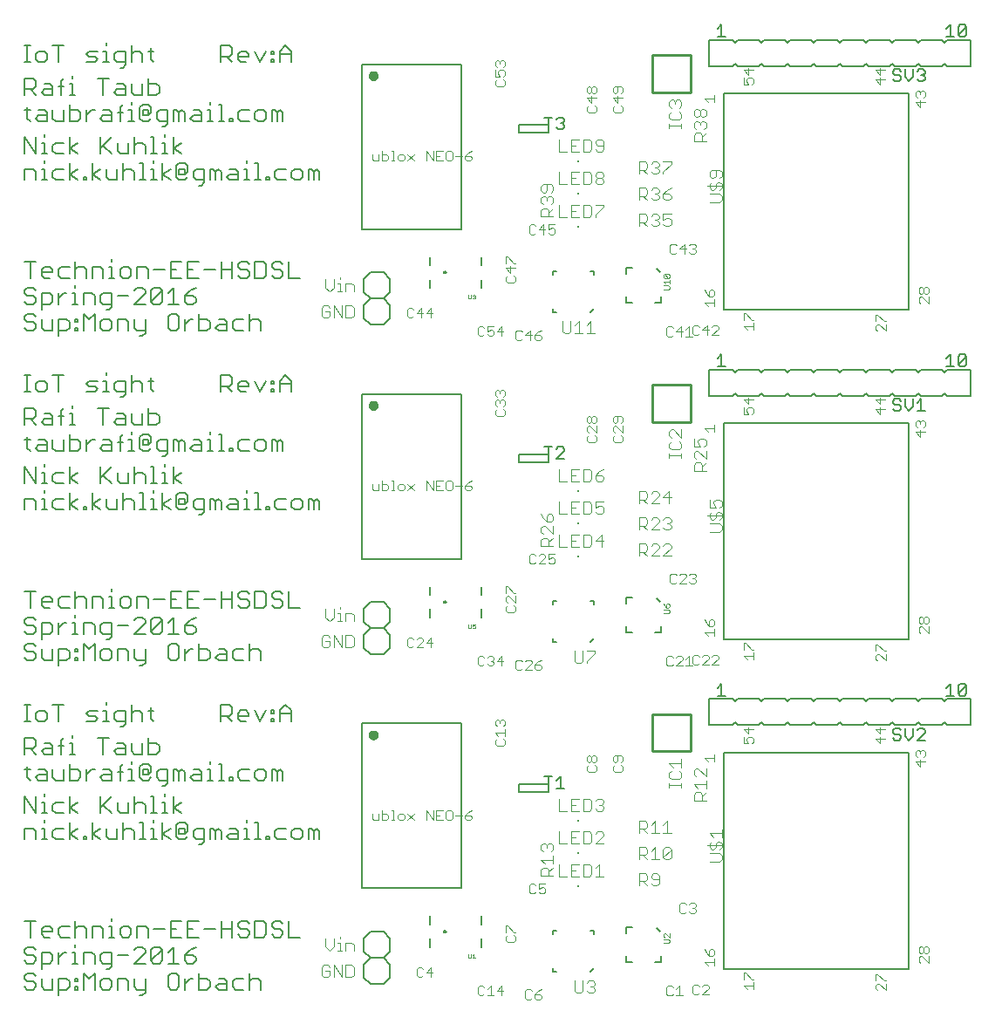
<source format=gto>
G75*
%MOIN*%
%OFA0B0*%
%FSLAX24Y24*%
%IPPOS*%
%LPD*%
%AMOC8*
5,1,8,0,0,1.08239X$1,22.5*
%
%ADD10C,0.0070*%
%ADD11C,0.0040*%
%ADD12C,0.0030*%
%ADD13C,0.0050*%
%ADD14C,0.0157*%
%ADD15C,0.0080*%
%ADD16C,0.0010*%
%ADD17C,0.0020*%
%ADD18C,0.0060*%
%ADD19R,0.0079X0.0079*%
%ADD20C,0.0100*%
D10*
X007150Y002708D02*
X007045Y002813D01*
X007150Y002708D02*
X007360Y002708D01*
X007465Y002813D01*
X007465Y002918D01*
X007360Y003023D01*
X007150Y003023D01*
X007045Y003128D01*
X007045Y003233D01*
X007150Y003338D01*
X007360Y003338D01*
X007465Y003233D01*
X007689Y003128D02*
X007689Y002813D01*
X007794Y002708D01*
X008109Y002708D01*
X008109Y003128D01*
X008334Y003128D02*
X008334Y002498D01*
X008334Y002708D02*
X008649Y002708D01*
X008754Y002813D01*
X008754Y003023D01*
X008649Y003128D01*
X008334Y003128D01*
X008334Y003708D02*
X008334Y004128D01*
X008544Y004128D02*
X008649Y004128D01*
X008544Y004128D02*
X008334Y003918D01*
X008109Y003813D02*
X008004Y003708D01*
X007689Y003708D01*
X007689Y003498D02*
X007689Y004128D01*
X008004Y004128D01*
X008109Y004023D01*
X008109Y003813D01*
X007465Y003813D02*
X007465Y003918D01*
X007360Y004023D01*
X007150Y004023D01*
X007045Y004128D01*
X007045Y004233D01*
X007150Y004338D01*
X007360Y004338D01*
X007465Y004233D01*
X007465Y003813D02*
X007360Y003708D01*
X007150Y003708D01*
X007045Y003813D01*
X007255Y004708D02*
X007255Y005338D01*
X007045Y005338D02*
X007465Y005338D01*
X007689Y005023D02*
X007794Y005128D01*
X008004Y005128D01*
X008109Y005023D01*
X008109Y004918D01*
X007689Y004918D01*
X007689Y004813D02*
X007689Y005023D01*
X007689Y004813D02*
X007794Y004708D01*
X008004Y004708D01*
X008334Y004813D02*
X008439Y004708D01*
X008754Y004708D01*
X008978Y004708D02*
X008978Y005338D01*
X009083Y005128D02*
X009293Y005128D01*
X009399Y005023D01*
X009399Y004708D01*
X009623Y004708D02*
X009623Y005128D01*
X009938Y005128D01*
X010043Y005023D01*
X010043Y004708D01*
X010267Y004708D02*
X010477Y004708D01*
X010372Y004708D02*
X010372Y005128D01*
X010267Y005128D01*
X010372Y005338D02*
X010372Y005443D01*
X010697Y005023D02*
X010697Y004813D01*
X010802Y004708D01*
X011012Y004708D01*
X011117Y004813D01*
X011117Y005023D01*
X011012Y005128D01*
X010802Y005128D01*
X010697Y005023D01*
X011342Y005128D02*
X011342Y004708D01*
X011339Y004338D02*
X011234Y004233D01*
X011339Y004338D02*
X011549Y004338D01*
X011654Y004233D01*
X011654Y004128D01*
X011234Y003708D01*
X011654Y003708D01*
X011879Y003813D02*
X011879Y004233D01*
X011984Y004338D01*
X012194Y004338D01*
X012299Y004233D01*
X011879Y003813D01*
X011984Y003708D01*
X012194Y003708D01*
X012299Y003813D01*
X012299Y004233D01*
X012523Y004128D02*
X012733Y004338D01*
X012733Y003708D01*
X012523Y003708D02*
X012944Y003708D01*
X013168Y003813D02*
X013273Y003708D01*
X013483Y003708D01*
X013588Y003813D01*
X013588Y003918D01*
X013483Y004023D01*
X013168Y004023D01*
X013168Y003813D01*
X013168Y004023D02*
X013378Y004233D01*
X013588Y004338D01*
X013696Y004708D02*
X013275Y004708D01*
X013275Y005338D01*
X013696Y005338D01*
X013485Y005023D02*
X013275Y005023D01*
X013051Y004708D02*
X012631Y004708D01*
X012631Y005338D01*
X013051Y005338D01*
X012841Y005023D02*
X012631Y005023D01*
X012406Y005023D02*
X011986Y005023D01*
X011762Y005023D02*
X011762Y004708D01*
X011762Y005023D02*
X011657Y005128D01*
X011342Y005128D01*
X011010Y004023D02*
X010590Y004023D01*
X010365Y004128D02*
X010365Y003603D01*
X010260Y003498D01*
X010155Y003498D01*
X010050Y003708D02*
X010365Y003708D01*
X010050Y003708D02*
X009945Y003813D01*
X009945Y004023D01*
X010050Y004128D01*
X010365Y004128D01*
X009721Y004023D02*
X009721Y003708D01*
X009721Y004023D02*
X009616Y004128D01*
X009300Y004128D01*
X009300Y003708D01*
X009081Y003708D02*
X008871Y003708D01*
X008976Y003708D02*
X008976Y004128D01*
X008871Y004128D01*
X008976Y004338D02*
X008976Y004443D01*
X008978Y005023D02*
X009083Y005128D01*
X008754Y005128D02*
X008439Y005128D01*
X008334Y005023D01*
X008334Y004813D01*
X009300Y003338D02*
X009511Y003128D01*
X009721Y003338D01*
X009721Y002708D01*
X009945Y002813D02*
X009945Y003023D01*
X010050Y003128D01*
X010260Y003128D01*
X010365Y003023D01*
X010365Y002813D01*
X010260Y002708D01*
X010050Y002708D01*
X009945Y002813D01*
X010590Y002708D02*
X010590Y003128D01*
X010905Y003128D01*
X011010Y003023D01*
X011010Y002708D01*
X011234Y002813D02*
X011234Y003128D01*
X011234Y002813D02*
X011339Y002708D01*
X011654Y002708D01*
X011654Y002603D02*
X011549Y002498D01*
X011444Y002498D01*
X011654Y002603D02*
X011654Y003128D01*
X012523Y003233D02*
X012523Y002813D01*
X012628Y002708D01*
X012838Y002708D01*
X012944Y002813D01*
X012944Y003233D01*
X012838Y003338D01*
X012628Y003338D01*
X012523Y003233D01*
X013168Y003128D02*
X013168Y002708D01*
X013168Y002918D02*
X013378Y003128D01*
X013483Y003128D01*
X013705Y003128D02*
X014020Y003128D01*
X014125Y003023D01*
X014125Y002813D01*
X014020Y002708D01*
X013705Y002708D01*
X013705Y003338D01*
X014455Y003128D02*
X014665Y003128D01*
X014770Y003023D01*
X014770Y002708D01*
X014455Y002708D01*
X014349Y002813D01*
X014455Y002918D01*
X014770Y002918D01*
X014994Y003023D02*
X014994Y002813D01*
X015099Y002708D01*
X015414Y002708D01*
X015639Y002708D02*
X015639Y003338D01*
X015744Y003128D02*
X015954Y003128D01*
X016059Y003023D01*
X016059Y002708D01*
X015639Y003023D02*
X015744Y003128D01*
X015414Y003128D02*
X015099Y003128D01*
X014994Y003023D01*
X014985Y004708D02*
X014985Y005338D01*
X015209Y005233D02*
X015209Y005128D01*
X015314Y005023D01*
X015524Y005023D01*
X015629Y004918D01*
X015629Y004813D01*
X015524Y004708D01*
X015314Y004708D01*
X015209Y004813D01*
X014985Y005023D02*
X014564Y005023D01*
X014340Y005023D02*
X013920Y005023D01*
X014564Y004708D02*
X014564Y005338D01*
X015209Y005233D02*
X015314Y005338D01*
X015524Y005338D01*
X015629Y005233D01*
X015853Y005338D02*
X015853Y004708D01*
X016169Y004708D01*
X016274Y004813D01*
X016274Y005233D01*
X016169Y005338D01*
X015853Y005338D01*
X016498Y005233D02*
X016498Y005128D01*
X016603Y005023D01*
X016813Y005023D01*
X016918Y004918D01*
X016918Y004813D01*
X016813Y004708D01*
X016603Y004708D01*
X016498Y004813D01*
X016498Y005233D02*
X016603Y005338D01*
X016813Y005338D01*
X016918Y005233D01*
X017142Y005338D02*
X017142Y004708D01*
X017563Y004708D01*
X017565Y008458D02*
X017355Y008458D01*
X017250Y008563D01*
X017250Y008773D01*
X017355Y008878D01*
X017565Y008878D01*
X017670Y008773D01*
X017670Y008563D01*
X017565Y008458D01*
X017894Y008458D02*
X017894Y008878D01*
X018000Y008878D01*
X018105Y008773D01*
X018210Y008878D01*
X018315Y008773D01*
X018315Y008458D01*
X018105Y008458D02*
X018105Y008773D01*
X017026Y008878D02*
X016710Y008878D01*
X016605Y008773D01*
X016605Y008563D01*
X016710Y008458D01*
X017026Y008458D01*
X016388Y008458D02*
X016283Y008458D01*
X016283Y008563D01*
X016388Y008563D01*
X016388Y008458D01*
X016064Y008458D02*
X015853Y008458D01*
X015958Y008458D02*
X015958Y009088D01*
X015853Y009088D01*
X015529Y009088D02*
X015529Y009193D01*
X015529Y008878D02*
X015529Y008458D01*
X015424Y008458D02*
X015634Y008458D01*
X015529Y008878D02*
X015424Y008878D01*
X015199Y008773D02*
X015199Y008458D01*
X014884Y008458D01*
X014779Y008563D01*
X014884Y008668D01*
X015199Y008668D01*
X015199Y008773D02*
X015094Y008878D01*
X014884Y008878D01*
X014555Y008773D02*
X014555Y008458D01*
X014345Y008458D02*
X014345Y008773D01*
X014450Y008878D01*
X014555Y008773D01*
X014345Y008773D02*
X014240Y008878D01*
X014135Y008878D01*
X014135Y008458D01*
X013910Y008458D02*
X013595Y008458D01*
X013490Y008563D01*
X013490Y008773D01*
X013595Y008878D01*
X013910Y008878D01*
X013910Y008353D01*
X013805Y008248D01*
X013700Y008248D01*
X013266Y008563D02*
X013161Y008458D01*
X012951Y008458D01*
X012845Y008563D01*
X012845Y008983D01*
X012951Y009088D01*
X013161Y009088D01*
X013266Y008983D01*
X013266Y008773D01*
X013161Y008668D01*
X013161Y008878D01*
X012951Y008878D01*
X012951Y008668D01*
X013161Y008668D01*
X012624Y008458D02*
X012308Y008668D01*
X012624Y008878D01*
X012308Y009088D02*
X012308Y008458D01*
X012089Y008458D02*
X011879Y008458D01*
X011984Y008458D02*
X011984Y008878D01*
X011879Y008878D01*
X011984Y009088D02*
X011984Y009193D01*
X011984Y009458D02*
X011984Y010088D01*
X011879Y010088D01*
X011654Y009773D02*
X011654Y009458D01*
X011879Y009458D02*
X012089Y009458D01*
X012308Y009458D02*
X012519Y009458D01*
X012413Y009458D02*
X012413Y009878D01*
X012308Y009878D01*
X012413Y010088D02*
X012413Y010193D01*
X012409Y010498D02*
X012514Y010603D01*
X012514Y011128D01*
X012199Y011128D01*
X012093Y011023D01*
X012093Y010813D01*
X012199Y010708D01*
X012514Y010708D01*
X012738Y010708D02*
X012738Y011128D01*
X012843Y011128D01*
X012948Y011023D01*
X013053Y011128D01*
X013158Y011023D01*
X013158Y010708D01*
X012948Y010708D02*
X012948Y011023D01*
X013383Y010813D02*
X013488Y010918D01*
X013803Y010918D01*
X013803Y011023D02*
X013803Y010708D01*
X013488Y010708D01*
X013383Y010813D01*
X013488Y011128D02*
X013698Y011128D01*
X013803Y011023D01*
X014027Y011128D02*
X014132Y011128D01*
X014132Y010708D01*
X014027Y010708D02*
X014237Y010708D01*
X014457Y010708D02*
X014667Y010708D01*
X014562Y010708D02*
X014562Y011338D01*
X014457Y011338D01*
X014132Y011338D02*
X014132Y011443D01*
X014887Y010813D02*
X014992Y010813D01*
X014992Y010708D01*
X014887Y010708D01*
X014887Y010813D01*
X015209Y010813D02*
X015314Y010708D01*
X015629Y010708D01*
X015853Y010813D02*
X015958Y010708D01*
X016169Y010708D01*
X016274Y010813D01*
X016274Y011023D01*
X016169Y011128D01*
X015958Y011128D01*
X015853Y011023D01*
X015853Y010813D01*
X015629Y011128D02*
X015314Y011128D01*
X015209Y011023D01*
X015209Y010813D01*
X016498Y010708D02*
X016498Y011128D01*
X016603Y011128D01*
X016708Y011023D01*
X016813Y011128D01*
X016918Y011023D01*
X016918Y010708D01*
X016708Y010708D02*
X016708Y011023D01*
X016800Y012960D02*
X016800Y013380D01*
X017011Y013590D01*
X017221Y013380D01*
X017221Y012960D01*
X017221Y013275D02*
X016800Y013275D01*
X016583Y013275D02*
X016478Y013275D01*
X016478Y013380D01*
X016583Y013380D01*
X016583Y013275D01*
X016583Y013065D02*
X016583Y012960D01*
X016478Y012960D01*
X016478Y013065D01*
X016583Y013065D01*
X016254Y013380D02*
X016044Y012960D01*
X015834Y013380D01*
X015609Y013275D02*
X015609Y013170D01*
X015189Y013170D01*
X015189Y013275D02*
X015294Y013380D01*
X015504Y013380D01*
X015609Y013275D01*
X015504Y012960D02*
X015294Y012960D01*
X015189Y013065D01*
X015189Y013275D01*
X014965Y013275D02*
X014965Y013485D01*
X014860Y013590D01*
X014545Y013590D01*
X014545Y012960D01*
X014545Y013170D02*
X014860Y013170D01*
X014965Y013275D01*
X014755Y013170D02*
X014965Y012960D01*
X015099Y015306D02*
X015414Y015306D01*
X015639Y015306D02*
X015639Y015937D01*
X015744Y015727D02*
X015954Y015727D01*
X016059Y015622D01*
X016059Y015306D01*
X015639Y015622D02*
X015744Y015727D01*
X015414Y015727D02*
X015099Y015727D01*
X014994Y015622D01*
X014994Y015411D01*
X015099Y015306D01*
X014770Y015306D02*
X014455Y015306D01*
X014349Y015411D01*
X014455Y015516D01*
X014770Y015516D01*
X014770Y015622D02*
X014770Y015306D01*
X014770Y015622D02*
X014665Y015727D01*
X014455Y015727D01*
X014125Y015622D02*
X014020Y015727D01*
X013705Y015727D01*
X013705Y015937D02*
X013705Y015306D01*
X014020Y015306D01*
X014125Y015411D01*
X014125Y015622D01*
X013483Y015727D02*
X013378Y015727D01*
X013168Y015516D01*
X013168Y015306D02*
X013168Y015727D01*
X012944Y015832D02*
X012944Y015411D01*
X012838Y015306D01*
X012628Y015306D01*
X012523Y015411D01*
X012523Y015832D01*
X012628Y015937D01*
X012838Y015937D01*
X012944Y015832D01*
X012944Y016306D02*
X012523Y016306D01*
X012733Y016306D02*
X012733Y016937D01*
X012523Y016727D01*
X012299Y016832D02*
X012299Y016411D01*
X012194Y016306D01*
X011984Y016306D01*
X011879Y016411D01*
X012299Y016832D01*
X012194Y016937D01*
X011984Y016937D01*
X011879Y016832D01*
X011879Y016411D01*
X011654Y016306D02*
X011234Y016306D01*
X011654Y016727D01*
X011654Y016832D01*
X011549Y016937D01*
X011339Y016937D01*
X011234Y016832D01*
X011010Y016622D02*
X010590Y016622D01*
X010365Y016727D02*
X010365Y016201D01*
X010260Y016096D01*
X010155Y016096D01*
X010050Y016306D02*
X010365Y016306D01*
X010050Y016306D02*
X009945Y016411D01*
X009945Y016622D01*
X010050Y016727D01*
X010365Y016727D01*
X009721Y016622D02*
X009721Y016306D01*
X009721Y016622D02*
X009616Y016727D01*
X009300Y016727D01*
X009300Y016306D01*
X009081Y016306D02*
X008871Y016306D01*
X008976Y016306D02*
X008976Y016727D01*
X008871Y016727D01*
X008649Y016727D02*
X008544Y016727D01*
X008334Y016516D01*
X008334Y016306D02*
X008334Y016727D01*
X008109Y016622D02*
X008109Y016411D01*
X008004Y016306D01*
X007689Y016306D01*
X007689Y016096D02*
X007689Y016727D01*
X008004Y016727D01*
X008109Y016622D01*
X007465Y016516D02*
X007465Y016411D01*
X007360Y016306D01*
X007150Y016306D01*
X007045Y016411D01*
X007150Y016622D02*
X007360Y016622D01*
X007465Y016516D01*
X007465Y016832D02*
X007360Y016937D01*
X007150Y016937D01*
X007045Y016832D01*
X007045Y016727D01*
X007150Y016622D01*
X007150Y015937D02*
X007045Y015832D01*
X007045Y015727D01*
X007150Y015622D01*
X007360Y015622D01*
X007465Y015516D01*
X007465Y015411D01*
X007360Y015306D01*
X007150Y015306D01*
X007045Y015411D01*
X007150Y015937D02*
X007360Y015937D01*
X007465Y015832D01*
X007689Y015727D02*
X007689Y015411D01*
X007794Y015306D01*
X008109Y015306D01*
X008109Y015727D01*
X008334Y015727D02*
X008334Y015096D01*
X008334Y015306D02*
X008649Y015306D01*
X008754Y015411D01*
X008754Y015622D01*
X008649Y015727D01*
X008334Y015727D01*
X008978Y015727D02*
X008978Y015622D01*
X009083Y015622D01*
X009083Y015727D01*
X008978Y015727D01*
X008978Y015411D02*
X008978Y015306D01*
X009083Y015306D01*
X009083Y015411D01*
X008978Y015411D01*
X009300Y015306D02*
X009300Y015937D01*
X009511Y015727D01*
X009721Y015937D01*
X009721Y015306D01*
X009945Y015411D02*
X010050Y015306D01*
X010260Y015306D01*
X010365Y015411D01*
X010365Y015622D01*
X010260Y015727D01*
X010050Y015727D01*
X009945Y015622D01*
X009945Y015411D01*
X010590Y015306D02*
X010590Y015727D01*
X010905Y015727D01*
X011010Y015622D01*
X011010Y015306D01*
X011234Y015411D02*
X011339Y015306D01*
X011654Y015306D01*
X011654Y015201D02*
X011549Y015096D01*
X011444Y015096D01*
X011654Y015201D02*
X011654Y015727D01*
X011234Y015727D02*
X011234Y015411D01*
X013168Y016411D02*
X013273Y016306D01*
X013483Y016306D01*
X013588Y016411D01*
X013588Y016516D01*
X013483Y016622D01*
X013168Y016622D01*
X013168Y016411D01*
X013168Y016622D02*
X013378Y016832D01*
X013588Y016937D01*
X013696Y017306D02*
X013275Y017306D01*
X013275Y017937D01*
X013696Y017937D01*
X013485Y017622D02*
X013275Y017622D01*
X013051Y017937D02*
X012631Y017937D01*
X012631Y017306D01*
X013051Y017306D01*
X012841Y017622D02*
X012631Y017622D01*
X012406Y017622D02*
X011986Y017622D01*
X011762Y017622D02*
X011762Y017306D01*
X011762Y017622D02*
X011657Y017727D01*
X011342Y017727D01*
X011342Y017306D01*
X011117Y017411D02*
X011117Y017622D01*
X011012Y017727D01*
X010802Y017727D01*
X010697Y017622D01*
X010697Y017411D01*
X010802Y017306D01*
X011012Y017306D01*
X011117Y017411D01*
X010477Y017306D02*
X010267Y017306D01*
X010372Y017306D02*
X010372Y017727D01*
X010267Y017727D01*
X010372Y017937D02*
X010372Y018042D01*
X010043Y017622D02*
X010043Y017306D01*
X010043Y017622D02*
X009938Y017727D01*
X009623Y017727D01*
X009623Y017306D01*
X009399Y017306D02*
X009399Y017622D01*
X009293Y017727D01*
X009083Y017727D01*
X008978Y017622D01*
X008754Y017727D02*
X008439Y017727D01*
X008334Y017622D01*
X008334Y017411D01*
X008439Y017306D01*
X008754Y017306D01*
X008978Y017306D02*
X008978Y017937D01*
X008976Y017042D02*
X008976Y016937D01*
X008004Y017306D02*
X007794Y017306D01*
X007689Y017411D01*
X007689Y017622D01*
X007794Y017727D01*
X008004Y017727D01*
X008109Y017622D01*
X008109Y017516D01*
X007689Y017516D01*
X007465Y017937D02*
X007045Y017937D01*
X007255Y017937D02*
X007255Y017306D01*
X007465Y021056D02*
X007465Y021372D01*
X007360Y021477D01*
X007045Y021477D01*
X007045Y021056D01*
X007689Y021056D02*
X007899Y021056D01*
X007794Y021056D02*
X007794Y021477D01*
X007689Y021477D01*
X007794Y021687D02*
X007794Y021792D01*
X007794Y022056D02*
X007794Y022477D01*
X007689Y022477D01*
X007794Y022687D02*
X007794Y022792D01*
X007465Y022687D02*
X007465Y022056D01*
X007045Y022687D01*
X007045Y022056D01*
X007689Y022056D02*
X007899Y022056D01*
X008119Y022161D02*
X008224Y022056D01*
X008539Y022056D01*
X008763Y022056D02*
X008763Y022687D01*
X008539Y022477D02*
X008224Y022477D01*
X008119Y022372D01*
X008119Y022161D01*
X008763Y022266D02*
X009079Y022056D01*
X008763Y022266D02*
X009079Y022477D01*
X008763Y021687D02*
X008763Y021056D01*
X008763Y021266D02*
X009079Y021056D01*
X009300Y021056D02*
X009406Y021056D01*
X009406Y021161D01*
X009300Y021161D01*
X009300Y021056D01*
X009623Y021056D02*
X009623Y021687D01*
X009938Y021477D02*
X009623Y021266D01*
X009938Y021056D01*
X010160Y021161D02*
X010265Y021056D01*
X010580Y021056D01*
X010580Y021477D01*
X010804Y021372D02*
X010909Y021477D01*
X011120Y021477D01*
X011225Y021372D01*
X011225Y021056D01*
X011449Y021056D02*
X011659Y021056D01*
X011554Y021056D02*
X011554Y021687D01*
X011449Y021687D01*
X011654Y022056D02*
X011654Y022372D01*
X011549Y022477D01*
X011339Y022477D01*
X011234Y022372D01*
X011010Y022477D02*
X011010Y022056D01*
X010695Y022056D01*
X010590Y022161D01*
X010590Y022477D01*
X010365Y022687D02*
X009945Y022266D01*
X010050Y022372D02*
X010365Y022056D01*
X009945Y022056D02*
X009945Y022687D01*
X010050Y023306D02*
X009945Y023411D01*
X010050Y023516D01*
X010365Y023516D01*
X010365Y023622D02*
X010365Y023306D01*
X010050Y023306D01*
X010050Y023727D02*
X010260Y023727D01*
X010365Y023622D01*
X010590Y023622D02*
X010800Y023622D01*
X010695Y023832D02*
X010800Y023937D01*
X010695Y023832D02*
X010695Y023306D01*
X011019Y023306D02*
X011229Y023306D01*
X011124Y023306D02*
X011124Y023727D01*
X011019Y023727D01*
X011124Y023937D02*
X011124Y024042D01*
X011232Y024306D02*
X011547Y024306D01*
X011547Y024727D01*
X011771Y024727D02*
X012086Y024727D01*
X012192Y024622D01*
X012192Y024411D01*
X012086Y024306D01*
X011771Y024306D01*
X011771Y024937D01*
X011127Y024727D02*
X011127Y024411D01*
X011232Y024306D01*
X010902Y024306D02*
X010902Y024622D01*
X010797Y024727D01*
X010587Y024727D01*
X010587Y024516D02*
X010902Y024516D01*
X010902Y024306D02*
X010587Y024306D01*
X010482Y024411D01*
X010587Y024516D01*
X010258Y024937D02*
X009838Y024937D01*
X010048Y024937D02*
X010048Y024306D01*
X009723Y023727D02*
X009618Y023727D01*
X009408Y023516D01*
X009408Y023306D02*
X009408Y023727D01*
X009184Y023622D02*
X009184Y023411D01*
X009079Y023306D01*
X008763Y023306D01*
X008763Y023937D01*
X008763Y023727D02*
X009079Y023727D01*
X009184Y023622D01*
X008539Y023727D02*
X008539Y023306D01*
X008224Y023306D01*
X008119Y023411D01*
X008119Y023727D01*
X007895Y023622D02*
X007895Y023306D01*
X007579Y023306D01*
X007474Y023411D01*
X007579Y023516D01*
X007895Y023516D01*
X007895Y023622D02*
X007789Y023727D01*
X007579Y023727D01*
X007255Y023727D02*
X007045Y023727D01*
X007150Y023832D02*
X007150Y023411D01*
X007255Y023306D01*
X007465Y024306D02*
X007255Y024516D01*
X007360Y024516D02*
X007045Y024516D01*
X007045Y024306D02*
X007045Y024937D01*
X007360Y024937D01*
X007465Y024832D01*
X007465Y024622D01*
X007360Y024516D01*
X007689Y024411D02*
X007794Y024516D01*
X008109Y024516D01*
X008109Y024622D02*
X008109Y024306D01*
X007794Y024306D01*
X007689Y024411D01*
X007794Y024727D02*
X008004Y024727D01*
X008109Y024622D01*
X008334Y024622D02*
X008544Y024622D01*
X008439Y024832D02*
X008544Y024937D01*
X008439Y024832D02*
X008439Y024306D01*
X008763Y024306D02*
X008973Y024306D01*
X008868Y024306D02*
X008868Y024727D01*
X008763Y024727D01*
X008868Y024937D02*
X008868Y025042D01*
X008329Y025556D02*
X008329Y026187D01*
X008119Y026187D02*
X008539Y026187D01*
X007895Y025872D02*
X007789Y025977D01*
X007579Y025977D01*
X007474Y025872D01*
X007474Y025661D01*
X007579Y025556D01*
X007789Y025556D01*
X007895Y025661D01*
X007895Y025872D01*
X007255Y026187D02*
X007045Y026187D01*
X007150Y026187D02*
X007150Y025556D01*
X007045Y025556D02*
X007255Y025556D01*
X009408Y025556D02*
X009723Y025556D01*
X009828Y025661D01*
X009723Y025766D01*
X009513Y025766D01*
X009408Y025872D01*
X009513Y025977D01*
X009828Y025977D01*
X010052Y025977D02*
X010158Y025977D01*
X010158Y025556D01*
X010263Y025556D02*
X010052Y025556D01*
X010482Y025661D02*
X010587Y025556D01*
X010902Y025556D01*
X010902Y025451D02*
X010902Y025977D01*
X010587Y025977D01*
X010482Y025872D01*
X010482Y025661D01*
X010692Y025346D02*
X010797Y025346D01*
X010902Y025451D01*
X011127Y025556D02*
X011127Y026187D01*
X011232Y025977D02*
X011442Y025977D01*
X011547Y025872D01*
X011547Y025556D01*
X011876Y025661D02*
X011876Y026082D01*
X011771Y025977D02*
X011981Y025977D01*
X011876Y025661D02*
X011981Y025556D01*
X011232Y025977D02*
X011127Y025872D01*
X010158Y026187D02*
X010158Y026292D01*
X011444Y027695D02*
X011549Y027695D01*
X011654Y027800D01*
X011654Y028325D01*
X011234Y028325D02*
X011234Y028010D01*
X011339Y027905D01*
X011654Y027905D01*
X011010Y027905D02*
X011010Y028220D01*
X010905Y028325D01*
X010590Y028325D01*
X010590Y027905D01*
X010365Y028010D02*
X010365Y028220D01*
X010260Y028325D01*
X010050Y028325D01*
X009945Y028220D01*
X009945Y028010D01*
X010050Y027905D01*
X010260Y027905D01*
X010365Y028010D01*
X009721Y027905D02*
X009721Y028535D01*
X009511Y028325D01*
X009300Y028535D01*
X009300Y027905D01*
X009083Y027905D02*
X008978Y027905D01*
X008978Y028010D01*
X009083Y028010D01*
X009083Y027905D01*
X009083Y028220D02*
X008978Y028220D01*
X008978Y028325D01*
X009083Y028325D01*
X009083Y028220D01*
X008754Y028220D02*
X008754Y028010D01*
X008649Y027905D01*
X008334Y027905D01*
X008334Y027695D02*
X008334Y028325D01*
X008649Y028325D01*
X008754Y028220D01*
X008109Y028325D02*
X008109Y027905D01*
X007794Y027905D01*
X007689Y028010D01*
X007689Y028325D01*
X007465Y028430D02*
X007360Y028535D01*
X007150Y028535D01*
X007045Y028430D01*
X007045Y028325D01*
X007150Y028220D01*
X007360Y028220D01*
X007465Y028115D01*
X007465Y028010D01*
X007360Y027905D01*
X007150Y027905D01*
X007045Y028010D01*
X007689Y028695D02*
X007689Y029325D01*
X008004Y029325D01*
X008109Y029220D01*
X008109Y029010D01*
X008004Y028905D01*
X007689Y028905D01*
X007465Y029010D02*
X007360Y028905D01*
X007150Y028905D01*
X007045Y029010D01*
X007150Y029220D02*
X007360Y029220D01*
X007465Y029115D01*
X007465Y029010D01*
X007150Y029220D02*
X007045Y029325D01*
X007045Y029430D01*
X007150Y029535D01*
X007360Y029535D01*
X007465Y029430D01*
X007255Y029905D02*
X007255Y030535D01*
X007045Y030535D02*
X007465Y030535D01*
X007689Y030220D02*
X007689Y030010D01*
X007794Y029905D01*
X008004Y029905D01*
X008109Y030115D02*
X007689Y030115D01*
X007689Y030220D02*
X007794Y030325D01*
X008004Y030325D01*
X008109Y030220D01*
X008109Y030115D01*
X008334Y030220D02*
X008334Y030010D01*
X008439Y029905D01*
X008754Y029905D01*
X008978Y029905D02*
X008978Y030535D01*
X009083Y030325D02*
X009293Y030325D01*
X009399Y030220D01*
X009399Y029905D01*
X009623Y029905D02*
X009623Y030325D01*
X009938Y030325D01*
X010043Y030220D01*
X010043Y029905D01*
X010267Y029905D02*
X010477Y029905D01*
X010372Y029905D02*
X010372Y030325D01*
X010267Y030325D01*
X010372Y030535D02*
X010372Y030640D01*
X010697Y030220D02*
X010697Y030010D01*
X010802Y029905D01*
X011012Y029905D01*
X011117Y030010D01*
X011117Y030220D01*
X011012Y030325D01*
X010802Y030325D01*
X010697Y030220D01*
X011342Y030325D02*
X011342Y029905D01*
X011339Y029535D02*
X011234Y029430D01*
X011339Y029535D02*
X011549Y029535D01*
X011654Y029430D01*
X011654Y029325D01*
X011234Y028905D01*
X011654Y028905D01*
X011879Y029010D02*
X011879Y029430D01*
X011984Y029535D01*
X012194Y029535D01*
X012299Y029430D01*
X011879Y029010D01*
X011984Y028905D01*
X012194Y028905D01*
X012299Y029010D01*
X012299Y029430D01*
X012523Y029325D02*
X012733Y029535D01*
X012733Y028905D01*
X012523Y028905D02*
X012944Y028905D01*
X013168Y029010D02*
X013273Y028905D01*
X013483Y028905D01*
X013588Y029010D01*
X013588Y029115D01*
X013483Y029220D01*
X013168Y029220D01*
X013168Y029010D01*
X013168Y029220D02*
X013378Y029430D01*
X013588Y029535D01*
X013696Y029905D02*
X013275Y029905D01*
X013275Y030535D01*
X013696Y030535D01*
X013485Y030220D02*
X013275Y030220D01*
X013051Y030535D02*
X012631Y030535D01*
X012631Y029905D01*
X013051Y029905D01*
X012841Y030220D02*
X012631Y030220D01*
X012406Y030220D02*
X011986Y030220D01*
X011762Y030220D02*
X011762Y029905D01*
X011762Y030220D02*
X011657Y030325D01*
X011342Y030325D01*
X010365Y029325D02*
X010050Y029325D01*
X009945Y029220D01*
X009945Y029010D01*
X010050Y028905D01*
X010365Y028905D01*
X010365Y028800D02*
X010365Y029325D01*
X010590Y029220D02*
X011010Y029220D01*
X010365Y028800D02*
X010260Y028695D01*
X010155Y028695D01*
X009721Y028905D02*
X009721Y029220D01*
X009616Y029325D01*
X009300Y029325D01*
X009300Y028905D01*
X009081Y028905D02*
X008871Y028905D01*
X008976Y028905D02*
X008976Y029325D01*
X008871Y029325D01*
X008649Y029325D02*
X008544Y029325D01*
X008334Y029115D01*
X008334Y028905D02*
X008334Y029325D01*
X008976Y029535D02*
X008976Y029640D01*
X008978Y030220D02*
X009083Y030325D01*
X008754Y030325D02*
X008439Y030325D01*
X008334Y030220D01*
X008224Y033655D02*
X008119Y033760D01*
X008119Y033970D01*
X008224Y034075D01*
X008539Y034075D01*
X008763Y033865D02*
X009079Y034075D01*
X008763Y033865D02*
X009079Y033655D01*
X009300Y033655D02*
X009406Y033655D01*
X009406Y033760D01*
X009300Y033760D01*
X009300Y033655D01*
X009623Y033655D02*
X009623Y034285D01*
X009938Y034075D02*
X009623Y033865D01*
X009938Y033655D01*
X010160Y033760D02*
X010265Y033655D01*
X010580Y033655D01*
X010580Y034075D01*
X010804Y033970D02*
X010909Y034075D01*
X011120Y034075D01*
X011225Y033970D01*
X011225Y033655D01*
X011449Y033655D02*
X011659Y033655D01*
X011554Y033655D02*
X011554Y034285D01*
X011449Y034285D01*
X011654Y034655D02*
X011654Y034970D01*
X011549Y035075D01*
X011339Y035075D01*
X011234Y034970D01*
X011010Y035075D02*
X011010Y034655D01*
X010695Y034655D01*
X010590Y034760D01*
X010590Y035075D01*
X010365Y035285D02*
X009945Y034865D01*
X010050Y034970D02*
X010365Y034655D01*
X009945Y034655D02*
X009945Y035285D01*
X010050Y035905D02*
X009945Y036010D01*
X010050Y036115D01*
X010365Y036115D01*
X010365Y036220D02*
X010365Y035905D01*
X010050Y035905D01*
X010050Y036325D02*
X010260Y036325D01*
X010365Y036220D01*
X010590Y036220D02*
X010800Y036220D01*
X010695Y036430D02*
X010800Y036535D01*
X010695Y036430D02*
X010695Y035905D01*
X011019Y035905D02*
X011229Y035905D01*
X011124Y035905D02*
X011124Y036325D01*
X011019Y036325D01*
X011124Y036535D02*
X011124Y036640D01*
X011232Y036905D02*
X011547Y036905D01*
X011547Y037325D01*
X011771Y037325D02*
X012086Y037325D01*
X012192Y037220D01*
X012192Y037010D01*
X012086Y036905D01*
X011771Y036905D01*
X011771Y037535D01*
X011981Y038155D02*
X011876Y038260D01*
X011876Y038680D01*
X011771Y038575D02*
X011981Y038575D01*
X011547Y038470D02*
X011547Y038155D01*
X011547Y038470D02*
X011442Y038575D01*
X011232Y038575D01*
X011127Y038470D01*
X010902Y038575D02*
X010902Y038050D01*
X010797Y037945D01*
X010692Y037945D01*
X010587Y038155D02*
X010902Y038155D01*
X011127Y038155D02*
X011127Y038785D01*
X010902Y038575D02*
X010587Y038575D01*
X010482Y038470D01*
X010482Y038260D01*
X010587Y038155D01*
X010263Y038155D02*
X010052Y038155D01*
X010158Y038155D02*
X010158Y038575D01*
X010052Y038575D01*
X009828Y038575D02*
X009513Y038575D01*
X009408Y038470D01*
X009513Y038365D01*
X009723Y038365D01*
X009828Y038260D01*
X009723Y038155D01*
X009408Y038155D01*
X008868Y037640D02*
X008868Y037535D01*
X008868Y037325D02*
X008868Y036905D01*
X008763Y036905D02*
X008973Y036905D01*
X008763Y036535D02*
X008763Y035905D01*
X009079Y035905D01*
X009184Y036010D01*
X009184Y036220D01*
X009079Y036325D01*
X008763Y036325D01*
X008539Y036325D02*
X008539Y035905D01*
X008224Y035905D01*
X008119Y036010D01*
X008119Y036325D01*
X007895Y036220D02*
X007895Y035905D01*
X007579Y035905D01*
X007474Y036010D01*
X007579Y036115D01*
X007895Y036115D01*
X007895Y036220D02*
X007789Y036325D01*
X007579Y036325D01*
X007255Y036325D02*
X007045Y036325D01*
X007150Y036430D02*
X007150Y036010D01*
X007255Y035905D01*
X007465Y035285D02*
X007465Y034655D01*
X007045Y035285D01*
X007045Y034655D01*
X007045Y034075D02*
X007360Y034075D01*
X007465Y033970D01*
X007465Y033655D01*
X007689Y033655D02*
X007899Y033655D01*
X007794Y033655D02*
X007794Y034075D01*
X007689Y034075D01*
X007794Y034285D02*
X007794Y034390D01*
X007794Y034655D02*
X007794Y035075D01*
X007689Y035075D01*
X007794Y035285D02*
X007794Y035390D01*
X008119Y034970D02*
X008119Y034760D01*
X008224Y034655D01*
X008539Y034655D01*
X008763Y034655D02*
X008763Y035285D01*
X008539Y035075D02*
X008224Y035075D01*
X008119Y034970D01*
X007899Y034655D02*
X007689Y034655D01*
X007045Y034075D02*
X007045Y033655D01*
X008224Y033655D02*
X008539Y033655D01*
X008763Y033655D02*
X008763Y034285D01*
X009079Y034655D02*
X008763Y034865D01*
X009079Y035075D01*
X009408Y035905D02*
X009408Y036325D01*
X009618Y036325D02*
X009723Y036325D01*
X009618Y036325D02*
X009408Y036115D01*
X010048Y036905D02*
X010048Y037535D01*
X009838Y037535D02*
X010258Y037535D01*
X010587Y037325D02*
X010797Y037325D01*
X010902Y037220D01*
X010902Y036905D01*
X010587Y036905D01*
X010482Y037010D01*
X010587Y037115D01*
X010902Y037115D01*
X011127Y037010D02*
X011232Y036905D01*
X011127Y037010D02*
X011127Y037325D01*
X011554Y036535D02*
X011764Y036535D01*
X011869Y036430D01*
X011869Y036220D01*
X011764Y036115D01*
X011764Y036325D01*
X011554Y036325D01*
X011554Y036115D01*
X011764Y036115D01*
X011869Y036010D02*
X011764Y035905D01*
X011554Y035905D01*
X011449Y036010D01*
X011449Y036430D01*
X011554Y036535D01*
X012093Y036220D02*
X012093Y036010D01*
X012199Y035905D01*
X012514Y035905D01*
X012514Y035800D02*
X012514Y036325D01*
X012199Y036325D01*
X012093Y036220D01*
X012304Y035695D02*
X012409Y035695D01*
X012514Y035800D01*
X012738Y035905D02*
X012738Y036325D01*
X012843Y036325D01*
X012948Y036220D01*
X013053Y036325D01*
X013158Y036220D01*
X013158Y035905D01*
X012948Y035905D02*
X012948Y036220D01*
X013383Y036010D02*
X013488Y036115D01*
X013803Y036115D01*
X013803Y036220D02*
X013803Y035905D01*
X013488Y035905D01*
X013383Y036010D01*
X013488Y036325D02*
X013698Y036325D01*
X013803Y036220D01*
X014027Y036325D02*
X014132Y036325D01*
X014132Y035905D01*
X014027Y035905D02*
X014237Y035905D01*
X014457Y035905D02*
X014667Y035905D01*
X014562Y035905D02*
X014562Y036535D01*
X014457Y036535D01*
X014132Y036535D02*
X014132Y036640D01*
X014887Y036010D02*
X014992Y036010D01*
X014992Y035905D01*
X014887Y035905D01*
X014887Y036010D01*
X015209Y036010D02*
X015314Y035905D01*
X015629Y035905D01*
X015853Y036010D02*
X015958Y035905D01*
X016169Y035905D01*
X016274Y036010D01*
X016274Y036220D01*
X016169Y036325D01*
X015958Y036325D01*
X015853Y036220D01*
X015853Y036010D01*
X015629Y036325D02*
X015314Y036325D01*
X015209Y036220D01*
X015209Y036010D01*
X016498Y035905D02*
X016498Y036325D01*
X016603Y036325D01*
X016708Y036220D01*
X016813Y036325D01*
X016918Y036220D01*
X016918Y035905D01*
X016708Y035905D02*
X016708Y036220D01*
X016800Y038157D02*
X016800Y038577D01*
X017011Y038787D01*
X017221Y038577D01*
X017221Y038157D01*
X017221Y038472D02*
X016800Y038472D01*
X016583Y038472D02*
X016478Y038472D01*
X016478Y038577D01*
X016583Y038577D01*
X016583Y038472D01*
X016583Y038262D02*
X016583Y038157D01*
X016478Y038157D01*
X016478Y038262D01*
X016583Y038262D01*
X016254Y038577D02*
X016044Y038157D01*
X015834Y038577D01*
X015609Y038472D02*
X015609Y038367D01*
X015189Y038367D01*
X015189Y038262D02*
X015189Y038472D01*
X015294Y038577D01*
X015504Y038577D01*
X015609Y038472D01*
X015504Y038157D02*
X015294Y038157D01*
X015189Y038262D01*
X014965Y038157D02*
X014755Y038367D01*
X014860Y038367D02*
X014545Y038367D01*
X014545Y038157D02*
X014545Y038787D01*
X014860Y038787D01*
X014965Y038682D01*
X014965Y038472D01*
X014860Y038367D01*
X012738Y035285D02*
X012738Y034655D01*
X012738Y034865D02*
X013053Y035075D01*
X012738Y034865D02*
X013053Y034655D01*
X012951Y034285D02*
X013161Y034285D01*
X013266Y034180D01*
X013266Y033970D01*
X013161Y033865D01*
X013161Y034075D01*
X012951Y034075D01*
X012951Y033865D01*
X013161Y033865D01*
X013266Y033760D02*
X013161Y033655D01*
X012951Y033655D01*
X012845Y033760D01*
X012845Y034180D01*
X012951Y034285D01*
X012624Y034075D02*
X012308Y033865D01*
X012624Y033655D01*
X012308Y033655D02*
X012308Y034285D01*
X011984Y034285D02*
X011984Y034390D01*
X011984Y034655D02*
X011984Y035285D01*
X011879Y035285D01*
X012308Y035075D02*
X012413Y035075D01*
X012413Y034655D01*
X012308Y034655D02*
X012519Y034655D01*
X012089Y034655D02*
X011879Y034655D01*
X011879Y034075D02*
X011984Y034075D01*
X011984Y033655D01*
X011879Y033655D02*
X012089Y033655D01*
X010804Y033655D02*
X010804Y034285D01*
X011234Y034655D02*
X011234Y035285D01*
X012413Y035285D02*
X012413Y035390D01*
X013595Y034075D02*
X013490Y033970D01*
X013490Y033760D01*
X013595Y033655D01*
X013910Y033655D01*
X013910Y033550D02*
X013910Y034075D01*
X013595Y034075D01*
X014135Y034075D02*
X014135Y033655D01*
X014345Y033655D02*
X014345Y033970D01*
X014450Y034075D01*
X014555Y033970D01*
X014555Y033655D01*
X014779Y033760D02*
X014884Y033865D01*
X015199Y033865D01*
X015199Y033970D02*
X015199Y033655D01*
X014884Y033655D01*
X014779Y033760D01*
X014884Y034075D02*
X015094Y034075D01*
X015199Y033970D01*
X015424Y034075D02*
X015529Y034075D01*
X015529Y033655D01*
X015424Y033655D02*
X015634Y033655D01*
X015853Y033655D02*
X016064Y033655D01*
X015958Y033655D02*
X015958Y034285D01*
X015853Y034285D01*
X015529Y034285D02*
X015529Y034390D01*
X016283Y033760D02*
X016388Y033760D01*
X016388Y033655D01*
X016283Y033655D01*
X016283Y033760D01*
X016605Y033760D02*
X016710Y033655D01*
X017026Y033655D01*
X017250Y033760D02*
X017355Y033655D01*
X017565Y033655D01*
X017670Y033760D01*
X017670Y033970D01*
X017565Y034075D01*
X017355Y034075D01*
X017250Y033970D01*
X017250Y033760D01*
X017026Y034075D02*
X016710Y034075D01*
X016605Y033970D01*
X016605Y033760D01*
X017894Y033655D02*
X017894Y034075D01*
X018000Y034075D01*
X018105Y033970D01*
X018210Y034075D01*
X018315Y033970D01*
X018315Y033655D01*
X018105Y033655D02*
X018105Y033970D01*
X017142Y030535D02*
X017142Y029905D01*
X017563Y029905D01*
X016918Y030010D02*
X016813Y029905D01*
X016603Y029905D01*
X016498Y030010D01*
X016274Y030010D02*
X016274Y030430D01*
X016169Y030535D01*
X015853Y030535D01*
X015853Y029905D01*
X016169Y029905D01*
X016274Y030010D01*
X016498Y030325D02*
X016603Y030220D01*
X016813Y030220D01*
X016918Y030115D01*
X016918Y030010D01*
X016918Y030430D02*
X016813Y030535D01*
X016603Y030535D01*
X016498Y030430D01*
X016498Y030325D01*
X015629Y030430D02*
X015524Y030535D01*
X015314Y030535D01*
X015209Y030430D01*
X015209Y030325D01*
X015314Y030220D01*
X015524Y030220D01*
X015629Y030115D01*
X015629Y030010D01*
X015524Y029905D01*
X015314Y029905D01*
X015209Y030010D01*
X014985Y029905D02*
X014985Y030535D01*
X014985Y030220D02*
X014564Y030220D01*
X014340Y030220D02*
X013920Y030220D01*
X014564Y029905D02*
X014564Y030535D01*
X013705Y028535D02*
X013705Y027905D01*
X014020Y027905D01*
X014125Y028010D01*
X014125Y028220D01*
X014020Y028325D01*
X013705Y028325D01*
X013483Y028325D02*
X013378Y028325D01*
X013168Y028115D01*
X013168Y027905D02*
X013168Y028325D01*
X012944Y028430D02*
X012838Y028535D01*
X012628Y028535D01*
X012523Y028430D01*
X012523Y028010D01*
X012628Y027905D01*
X012838Y027905D01*
X012944Y028010D01*
X012944Y028430D01*
X014349Y028010D02*
X014455Y028115D01*
X014770Y028115D01*
X014770Y028220D02*
X014770Y027905D01*
X014455Y027905D01*
X014349Y028010D01*
X014455Y028325D02*
X014665Y028325D01*
X014770Y028220D01*
X014994Y028220D02*
X014994Y028010D01*
X015099Y027905D01*
X015414Y027905D01*
X015639Y027905D02*
X015639Y028535D01*
X015744Y028325D02*
X015954Y028325D01*
X016059Y028220D01*
X016059Y027905D01*
X015639Y028220D02*
X015744Y028325D01*
X015414Y028325D02*
X015099Y028325D01*
X014994Y028220D01*
X014860Y026189D02*
X014545Y026189D01*
X014545Y025558D01*
X014545Y025768D02*
X014860Y025768D01*
X014965Y025873D01*
X014965Y026084D01*
X014860Y026189D01*
X014755Y025768D02*
X014965Y025558D01*
X015189Y025663D02*
X015189Y025873D01*
X015294Y025979D01*
X015504Y025979D01*
X015609Y025873D01*
X015609Y025768D01*
X015189Y025768D01*
X015189Y025663D02*
X015294Y025558D01*
X015504Y025558D01*
X015834Y025979D02*
X016044Y025558D01*
X016254Y025979D01*
X016478Y025979D02*
X016478Y025873D01*
X016583Y025873D01*
X016583Y025979D01*
X016478Y025979D01*
X016478Y025663D02*
X016478Y025558D01*
X016583Y025558D01*
X016583Y025663D01*
X016478Y025663D01*
X016800Y025558D02*
X016800Y025979D01*
X017011Y026189D01*
X017221Y025979D01*
X017221Y025558D01*
X017221Y025873D02*
X016800Y025873D01*
X016813Y023727D02*
X016918Y023622D01*
X016918Y023306D01*
X016708Y023306D02*
X016708Y023622D01*
X016813Y023727D01*
X016708Y023622D02*
X016603Y023727D01*
X016498Y023727D01*
X016498Y023306D01*
X016274Y023411D02*
X016274Y023622D01*
X016169Y023727D01*
X015958Y023727D01*
X015853Y023622D01*
X015853Y023411D01*
X015958Y023306D01*
X016169Y023306D01*
X016274Y023411D01*
X015629Y023306D02*
X015314Y023306D01*
X015209Y023411D01*
X015209Y023622D01*
X015314Y023727D01*
X015629Y023727D01*
X014992Y023411D02*
X014992Y023306D01*
X014887Y023306D01*
X014887Y023411D01*
X014992Y023411D01*
X014667Y023306D02*
X014457Y023306D01*
X014562Y023306D02*
X014562Y023937D01*
X014457Y023937D01*
X014132Y023937D02*
X014132Y024042D01*
X014132Y023727D02*
X014132Y023306D01*
X014027Y023306D02*
X014237Y023306D01*
X014132Y023727D02*
X014027Y023727D01*
X013803Y023622D02*
X013803Y023306D01*
X013488Y023306D01*
X013383Y023411D01*
X013488Y023516D01*
X013803Y023516D01*
X013803Y023622D02*
X013698Y023727D01*
X013488Y023727D01*
X013158Y023622D02*
X013158Y023306D01*
X012948Y023306D02*
X012948Y023622D01*
X013053Y023727D01*
X013158Y023622D01*
X012948Y023622D02*
X012843Y023727D01*
X012738Y023727D01*
X012738Y023306D01*
X012514Y023306D02*
X012199Y023306D01*
X012093Y023411D01*
X012093Y023622D01*
X012199Y023727D01*
X012514Y023727D01*
X012514Y023201D01*
X012409Y023096D01*
X012304Y023096D01*
X012413Y022792D02*
X012413Y022687D01*
X012413Y022477D02*
X012413Y022056D01*
X012308Y022056D02*
X012519Y022056D01*
X012738Y022056D02*
X012738Y022687D01*
X013053Y022477D02*
X012738Y022266D01*
X013053Y022056D01*
X012951Y021687D02*
X013161Y021687D01*
X013266Y021582D01*
X013266Y021372D01*
X013161Y021266D01*
X013161Y021477D01*
X012951Y021477D01*
X012951Y021266D01*
X013161Y021266D01*
X013266Y021161D02*
X013161Y021056D01*
X012951Y021056D01*
X012845Y021161D01*
X012845Y021582D01*
X012951Y021687D01*
X012624Y021477D02*
X012308Y021266D01*
X012624Y021056D01*
X012308Y021056D02*
X012308Y021687D01*
X011984Y021687D02*
X011984Y021792D01*
X011984Y022056D02*
X011984Y022687D01*
X011879Y022687D01*
X012308Y022477D02*
X012413Y022477D01*
X012089Y022056D02*
X011879Y022056D01*
X011879Y021477D02*
X011984Y021477D01*
X011984Y021056D01*
X011879Y021056D02*
X012089Y021056D01*
X010804Y021056D02*
X010804Y021687D01*
X011234Y022056D02*
X011234Y022687D01*
X011554Y023306D02*
X011449Y023411D01*
X011449Y023832D01*
X011554Y023937D01*
X011764Y023937D01*
X011869Y023832D01*
X011869Y023622D01*
X011764Y023516D01*
X011764Y023727D01*
X011554Y023727D01*
X011554Y023516D01*
X011764Y023516D01*
X011869Y023411D02*
X011764Y023306D01*
X011554Y023306D01*
X010160Y021477D02*
X010160Y021161D01*
X009079Y021477D02*
X008763Y021266D01*
X008539Y021056D02*
X008224Y021056D01*
X008119Y021161D01*
X008119Y021372D01*
X008224Y021477D01*
X008539Y021477D01*
X013490Y021372D02*
X013490Y021161D01*
X013595Y021056D01*
X013910Y021056D01*
X013910Y020951D02*
X013910Y021477D01*
X013595Y021477D01*
X013490Y021372D01*
X013700Y020846D02*
X013805Y020846D01*
X013910Y020951D01*
X014135Y021056D02*
X014135Y021477D01*
X014240Y021477D01*
X014345Y021372D01*
X014450Y021477D01*
X014555Y021372D01*
X014555Y021056D01*
X014345Y021056D02*
X014345Y021372D01*
X014779Y021161D02*
X014884Y021056D01*
X015199Y021056D01*
X015199Y021372D01*
X015094Y021477D01*
X014884Y021477D01*
X014884Y021266D02*
X015199Y021266D01*
X015424Y021056D02*
X015634Y021056D01*
X015529Y021056D02*
X015529Y021477D01*
X015424Y021477D01*
X015529Y021687D02*
X015529Y021792D01*
X015853Y021687D02*
X015958Y021687D01*
X015958Y021056D01*
X015853Y021056D02*
X016064Y021056D01*
X016283Y021056D02*
X016388Y021056D01*
X016388Y021161D01*
X016283Y021161D01*
X016283Y021056D01*
X016605Y021161D02*
X016710Y021056D01*
X017026Y021056D01*
X017250Y021161D02*
X017355Y021056D01*
X017565Y021056D01*
X017670Y021161D01*
X017670Y021372D01*
X017565Y021477D01*
X017355Y021477D01*
X017250Y021372D01*
X017250Y021161D01*
X017026Y021477D02*
X016710Y021477D01*
X016605Y021372D01*
X016605Y021161D01*
X017894Y021056D02*
X017894Y021477D01*
X018000Y021477D01*
X018105Y021372D01*
X018210Y021477D01*
X018315Y021372D01*
X018315Y021056D01*
X018105Y021056D02*
X018105Y021372D01*
X014884Y021266D02*
X014779Y021161D01*
X014985Y017937D02*
X014985Y017306D01*
X015209Y017411D02*
X015314Y017306D01*
X015524Y017306D01*
X015629Y017411D01*
X015629Y017516D01*
X015524Y017622D01*
X015314Y017622D01*
X015209Y017727D01*
X015209Y017832D01*
X015314Y017937D01*
X015524Y017937D01*
X015629Y017832D01*
X015853Y017937D02*
X015853Y017306D01*
X016169Y017306D01*
X016274Y017411D01*
X016274Y017832D01*
X016169Y017937D01*
X015853Y017937D01*
X016498Y017832D02*
X016498Y017727D01*
X016603Y017622D01*
X016813Y017622D01*
X016918Y017516D01*
X016918Y017411D01*
X016813Y017306D01*
X016603Y017306D01*
X016498Y017411D01*
X016498Y017832D02*
X016603Y017937D01*
X016813Y017937D01*
X016918Y017832D01*
X017142Y017937D02*
X017142Y017306D01*
X017563Y017306D01*
X014985Y017622D02*
X014564Y017622D01*
X014340Y017622D02*
X013920Y017622D01*
X014564Y017937D02*
X014564Y017306D01*
X011876Y013483D02*
X011876Y013063D01*
X011981Y012958D01*
X011981Y013378D02*
X011771Y013378D01*
X011547Y013273D02*
X011547Y012958D01*
X011547Y013273D02*
X011442Y013378D01*
X011232Y013378D01*
X011127Y013273D01*
X010902Y013378D02*
X010902Y012853D01*
X010797Y012748D01*
X010692Y012748D01*
X010587Y012958D02*
X010482Y013063D01*
X010482Y013273D01*
X010587Y013378D01*
X010902Y013378D01*
X011127Y013588D02*
X011127Y012958D01*
X010902Y012958D02*
X010587Y012958D01*
X010263Y012958D02*
X010052Y012958D01*
X010158Y012958D02*
X010158Y013378D01*
X010052Y013378D01*
X009828Y013378D02*
X009513Y013378D01*
X009408Y013273D01*
X009513Y013168D01*
X009723Y013168D01*
X009828Y013063D01*
X009723Y012958D01*
X009408Y012958D01*
X010158Y013588D02*
X010158Y013693D01*
X010258Y012338D02*
X009838Y012338D01*
X010048Y012338D02*
X010048Y011708D01*
X010482Y011813D02*
X010587Y011918D01*
X010902Y011918D01*
X010902Y012023D02*
X010902Y011708D01*
X010587Y011708D01*
X010482Y011813D01*
X010587Y012128D02*
X010797Y012128D01*
X010902Y012023D01*
X011127Y012128D02*
X011127Y011813D01*
X011232Y011708D01*
X011547Y011708D01*
X011547Y012128D01*
X011771Y012128D02*
X012086Y012128D01*
X012192Y012023D01*
X012192Y011813D01*
X012086Y011708D01*
X011771Y011708D01*
X011771Y012338D01*
X011764Y011338D02*
X011554Y011338D01*
X011449Y011233D01*
X011449Y010813D01*
X011554Y010708D01*
X011764Y010708D01*
X011869Y010813D01*
X011764Y010918D02*
X011764Y011128D01*
X011554Y011128D01*
X011554Y010918D01*
X011764Y010918D01*
X011869Y011023D01*
X011869Y011233D01*
X011764Y011338D01*
X011124Y011338D02*
X011124Y011443D01*
X011124Y011128D02*
X011124Y010708D01*
X011019Y010708D02*
X011229Y010708D01*
X011124Y011128D02*
X011019Y011128D01*
X010800Y011023D02*
X010590Y011023D01*
X010365Y011023D02*
X010260Y011128D01*
X010050Y011128D01*
X010050Y010918D02*
X010365Y010918D01*
X010365Y011023D02*
X010365Y010708D01*
X010050Y010708D01*
X009945Y010813D01*
X010050Y010918D01*
X009723Y011128D02*
X009618Y011128D01*
X009408Y010918D01*
X009408Y010708D02*
X009408Y011128D01*
X009184Y011023D02*
X009079Y011128D01*
X008763Y011128D01*
X008763Y011338D02*
X008763Y010708D01*
X009079Y010708D01*
X009184Y010813D01*
X009184Y011023D01*
X008539Y011128D02*
X008539Y010708D01*
X008224Y010708D01*
X008119Y010813D01*
X008119Y011128D01*
X007895Y011023D02*
X007789Y011128D01*
X007579Y011128D01*
X007579Y010918D02*
X007895Y010918D01*
X007895Y011023D02*
X007895Y010708D01*
X007579Y010708D01*
X007474Y010813D01*
X007579Y010918D01*
X007255Y010708D02*
X007150Y010813D01*
X007150Y011233D01*
X007045Y011128D02*
X007255Y011128D01*
X007465Y011708D02*
X007255Y011918D01*
X007360Y011918D02*
X007045Y011918D01*
X007045Y011708D02*
X007045Y012338D01*
X007360Y012338D01*
X007465Y012233D01*
X007465Y012023D01*
X007360Y011918D01*
X007689Y011813D02*
X007794Y011918D01*
X008109Y011918D01*
X008109Y012023D02*
X008109Y011708D01*
X007794Y011708D01*
X007689Y011813D01*
X007794Y012128D02*
X008004Y012128D01*
X008109Y012023D01*
X008334Y012023D02*
X008544Y012023D01*
X008439Y012233D02*
X008544Y012338D01*
X008439Y012233D02*
X008439Y011708D01*
X008763Y011708D02*
X008973Y011708D01*
X008868Y011708D02*
X008868Y012128D01*
X008763Y012128D01*
X008868Y012338D02*
X008868Y012443D01*
X008329Y012958D02*
X008329Y013588D01*
X008119Y013588D02*
X008539Y013588D01*
X007895Y013273D02*
X007789Y013378D01*
X007579Y013378D01*
X007474Y013273D01*
X007474Y013063D01*
X007579Y012958D01*
X007789Y012958D01*
X007895Y013063D01*
X007895Y013273D01*
X007255Y012958D02*
X007045Y012958D01*
X007150Y012958D02*
X007150Y013588D01*
X007045Y013588D02*
X007255Y013588D01*
X010695Y011233D02*
X010695Y010708D01*
X010695Y011233D02*
X010800Y011338D01*
X011234Y010088D02*
X011234Y009458D01*
X011010Y009458D02*
X011010Y009878D01*
X011234Y009773D02*
X011339Y009878D01*
X011549Y009878D01*
X011654Y009773D01*
X011010Y009458D02*
X010695Y009458D01*
X010590Y009563D01*
X010590Y009878D01*
X010365Y010088D02*
X009945Y009668D01*
X010050Y009773D02*
X010365Y009458D01*
X009945Y009458D02*
X009945Y010088D01*
X009079Y009878D02*
X008763Y009668D01*
X009079Y009458D01*
X008763Y009458D02*
X008763Y010088D01*
X008539Y009878D02*
X008224Y009878D01*
X008119Y009773D01*
X008119Y009563D01*
X008224Y009458D01*
X008539Y009458D01*
X008763Y009088D02*
X008763Y008458D01*
X008763Y008668D02*
X009079Y008458D01*
X009300Y008458D02*
X009406Y008458D01*
X009406Y008563D01*
X009300Y008563D01*
X009300Y008458D01*
X009623Y008458D02*
X009623Y009088D01*
X009938Y008878D02*
X009623Y008668D01*
X009938Y008458D01*
X010160Y008563D02*
X010265Y008458D01*
X010580Y008458D01*
X010580Y008878D01*
X010804Y008773D02*
X010909Y008878D01*
X011120Y008878D01*
X011225Y008773D01*
X011225Y008458D01*
X011449Y008458D02*
X011659Y008458D01*
X011554Y008458D02*
X011554Y009088D01*
X011449Y009088D01*
X010804Y009088D02*
X010804Y008458D01*
X010160Y008563D02*
X010160Y008878D01*
X009079Y008878D02*
X008763Y008668D01*
X008539Y008458D02*
X008224Y008458D01*
X008119Y008563D01*
X008119Y008773D01*
X008224Y008878D01*
X008539Y008878D01*
X007794Y008878D02*
X007794Y008458D01*
X007689Y008458D02*
X007899Y008458D01*
X007794Y008878D02*
X007689Y008878D01*
X007794Y009088D02*
X007794Y009193D01*
X007794Y009458D02*
X007794Y009878D01*
X007689Y009878D01*
X007794Y010088D02*
X007794Y010193D01*
X007465Y010088D02*
X007465Y009458D01*
X007045Y010088D01*
X007045Y009458D01*
X007045Y008878D02*
X007360Y008878D01*
X007465Y008773D01*
X007465Y008458D01*
X007045Y008458D02*
X007045Y008878D01*
X007689Y009458D02*
X007899Y009458D01*
X012304Y010498D02*
X012409Y010498D01*
X012738Y010088D02*
X012738Y009458D01*
X012738Y009668D02*
X013053Y009878D01*
X012738Y009668D02*
X013053Y009458D01*
X009300Y003338D02*
X009300Y002708D01*
X009083Y002708D02*
X008978Y002708D01*
X008978Y002813D01*
X009083Y002813D01*
X009083Y002708D01*
X009083Y003023D02*
X008978Y003023D01*
X008978Y003128D01*
X009083Y003128D01*
X009083Y003023D01*
X013700Y033445D02*
X013805Y033445D01*
X013910Y033550D01*
X014345Y033970D02*
X014240Y034075D01*
X014135Y034075D01*
X010160Y034075D02*
X010160Y033760D01*
X008439Y036905D02*
X008439Y037430D01*
X008544Y037535D01*
X008763Y037325D02*
X008868Y037325D01*
X008544Y037220D02*
X008334Y037220D01*
X008109Y037220D02*
X008109Y036905D01*
X007794Y036905D01*
X007689Y037010D01*
X007794Y037115D01*
X008109Y037115D01*
X008109Y037220D02*
X008004Y037325D01*
X007794Y037325D01*
X007465Y037430D02*
X007465Y037220D01*
X007360Y037115D01*
X007045Y037115D01*
X007255Y037115D02*
X007465Y036905D01*
X007045Y036905D02*
X007045Y037535D01*
X007360Y037535D01*
X007465Y037430D01*
X007579Y038155D02*
X007474Y038260D01*
X007474Y038470D01*
X007579Y038575D01*
X007789Y038575D01*
X007895Y038470D01*
X007895Y038260D01*
X007789Y038155D01*
X007579Y038155D01*
X007255Y038155D02*
X007045Y038155D01*
X007150Y038155D02*
X007150Y038785D01*
X007045Y038785D02*
X007255Y038785D01*
X008119Y038785D02*
X008539Y038785D01*
X008329Y038785D02*
X008329Y038155D01*
X010158Y038785D02*
X010158Y038890D01*
D11*
X018552Y029850D02*
X018552Y029543D01*
X018705Y029390D01*
X018859Y029543D01*
X018859Y029850D01*
X019012Y029697D02*
X019089Y029697D01*
X019089Y029390D01*
X019012Y029390D02*
X019166Y029390D01*
X019319Y029390D02*
X019319Y029697D01*
X019549Y029697D01*
X019626Y029620D01*
X019626Y029390D01*
X019549Y028850D02*
X019319Y028850D01*
X019319Y028390D01*
X019549Y028390D01*
X019626Y028466D01*
X019626Y028773D01*
X019549Y028850D01*
X019166Y028850D02*
X019166Y028390D01*
X018859Y028850D01*
X018859Y028390D01*
X018705Y028466D02*
X018705Y028620D01*
X018552Y028620D01*
X018705Y028773D02*
X018629Y028850D01*
X018475Y028850D01*
X018398Y028773D01*
X018398Y028466D01*
X018475Y028390D01*
X018629Y028390D01*
X018705Y028466D01*
X019089Y029850D02*
X019089Y029927D01*
X026779Y032259D02*
X026779Y032489D01*
X026856Y032565D01*
X027009Y032565D01*
X027086Y032489D01*
X027086Y032259D01*
X027086Y032412D02*
X027240Y032565D01*
X027163Y032719D02*
X027240Y032796D01*
X027240Y032949D01*
X027163Y033026D01*
X027086Y033026D01*
X027009Y032949D01*
X027009Y032872D01*
X027009Y032949D02*
X026933Y033026D01*
X026856Y033026D01*
X026779Y032949D01*
X026779Y032796D01*
X026856Y032719D01*
X026856Y033179D02*
X026779Y033256D01*
X026779Y033409D01*
X026856Y033486D01*
X027163Y033486D01*
X027240Y033409D01*
X027240Y033256D01*
X027163Y033179D01*
X027009Y033256D02*
X027009Y033486D01*
X027009Y033256D02*
X026933Y033179D01*
X026856Y033179D01*
X027480Y033490D02*
X027480Y033950D01*
X027940Y033950D02*
X027940Y033490D01*
X028247Y033490D01*
X028400Y033490D02*
X028630Y033490D01*
X028707Y033566D01*
X028707Y033873D01*
X028630Y033950D01*
X028400Y033950D01*
X028400Y033490D01*
X028093Y033720D02*
X027940Y033720D01*
X027940Y033950D02*
X028247Y033950D01*
X028861Y033873D02*
X028861Y033797D01*
X028937Y033720D01*
X029091Y033720D01*
X029168Y033643D01*
X029168Y033566D01*
X029091Y033490D01*
X028937Y033490D01*
X028861Y033566D01*
X028861Y033643D01*
X028937Y033720D01*
X029091Y033720D02*
X029168Y033797D01*
X029168Y033873D01*
X029091Y033950D01*
X028937Y033950D01*
X028861Y033873D01*
X028937Y034740D02*
X029091Y034740D01*
X029168Y034816D01*
X029168Y035123D01*
X029091Y035200D01*
X028937Y035200D01*
X028861Y035123D01*
X028861Y035047D01*
X028937Y034970D01*
X029168Y034970D01*
X028937Y034740D02*
X028861Y034816D01*
X028707Y034816D02*
X028707Y035123D01*
X028630Y035200D01*
X028400Y035200D01*
X028400Y034740D01*
X028630Y034740D01*
X028707Y034816D01*
X028247Y034740D02*
X027940Y034740D01*
X027940Y035200D01*
X028247Y035200D01*
X028093Y034970D02*
X027940Y034970D01*
X027786Y034740D02*
X027480Y034740D01*
X027480Y035200D01*
X027480Y033490D02*
X027786Y033490D01*
X027940Y032700D02*
X027940Y032240D01*
X028247Y032240D01*
X028400Y032240D02*
X028630Y032240D01*
X028707Y032316D01*
X028707Y032623D01*
X028630Y032700D01*
X028400Y032700D01*
X028400Y032240D01*
X028093Y032470D02*
X027940Y032470D01*
X027940Y032700D02*
X028247Y032700D01*
X028861Y032700D02*
X029168Y032700D01*
X029168Y032623D01*
X028861Y032316D01*
X028861Y032240D01*
X027786Y032240D02*
X027480Y032240D01*
X027480Y032700D01*
X027240Y032259D02*
X026779Y032259D01*
X030530Y032350D02*
X030530Y031890D01*
X030530Y032043D02*
X030760Y032043D01*
X030836Y032120D01*
X030836Y032273D01*
X030760Y032350D01*
X030530Y032350D01*
X030683Y032043D02*
X030836Y031890D01*
X030990Y031966D02*
X031067Y031890D01*
X031220Y031890D01*
X031297Y031966D01*
X031297Y032043D01*
X031220Y032120D01*
X031143Y032120D01*
X031220Y032120D02*
X031297Y032197D01*
X031297Y032273D01*
X031220Y032350D01*
X031067Y032350D01*
X030990Y032273D01*
X031450Y032350D02*
X031450Y032120D01*
X031604Y032197D01*
X031680Y032197D01*
X031757Y032120D01*
X031757Y031966D01*
X031680Y031890D01*
X031527Y031890D01*
X031450Y031966D01*
X031450Y032350D02*
X031757Y032350D01*
X031680Y032890D02*
X031757Y032966D01*
X031757Y033043D01*
X031680Y033120D01*
X031450Y033120D01*
X031450Y032966D01*
X031527Y032890D01*
X031680Y032890D01*
X031450Y033120D02*
X031604Y033273D01*
X031757Y033350D01*
X031297Y033273D02*
X031297Y033197D01*
X031220Y033120D01*
X031297Y033043D01*
X031297Y032966D01*
X031220Y032890D01*
X031067Y032890D01*
X030990Y032966D01*
X030836Y032890D02*
X030683Y033043D01*
X030760Y033043D02*
X030530Y033043D01*
X030530Y032890D02*
X030530Y033350D01*
X030760Y033350D01*
X030836Y033273D01*
X030836Y033120D01*
X030760Y033043D01*
X030990Y033273D02*
X031067Y033350D01*
X031220Y033350D01*
X031297Y033273D01*
X031220Y033120D02*
X031143Y033120D01*
X031067Y033890D02*
X030990Y033966D01*
X031067Y033890D02*
X031220Y033890D01*
X031297Y033966D01*
X031297Y034043D01*
X031220Y034120D01*
X031143Y034120D01*
X031220Y034120D02*
X031297Y034197D01*
X031297Y034273D01*
X031220Y034350D01*
X031067Y034350D01*
X030990Y034273D01*
X030836Y034273D02*
X030836Y034120D01*
X030760Y034043D01*
X030530Y034043D01*
X030683Y034043D02*
X030836Y033890D01*
X030530Y033890D02*
X030530Y034350D01*
X030760Y034350D01*
X030836Y034273D01*
X031450Y034350D02*
X031757Y034350D01*
X031757Y034273D01*
X031450Y033966D01*
X031450Y033890D01*
X032629Y035140D02*
X032629Y035370D01*
X032706Y035447D01*
X032859Y035447D01*
X032936Y035370D01*
X032936Y035140D01*
X032936Y035293D02*
X033090Y035447D01*
X033013Y035600D02*
X033090Y035677D01*
X033090Y035830D01*
X033013Y035907D01*
X032936Y035907D01*
X032859Y035830D01*
X032859Y035754D01*
X032859Y035830D02*
X032783Y035907D01*
X032706Y035907D01*
X032629Y035830D01*
X032629Y035677D01*
X032706Y035600D01*
X032706Y036060D02*
X032629Y036137D01*
X032629Y036291D01*
X032706Y036367D01*
X032783Y036367D01*
X032859Y036291D01*
X032859Y036137D01*
X032783Y036060D01*
X032706Y036060D01*
X032859Y036137D02*
X032936Y036060D01*
X033013Y036060D01*
X033090Y036137D01*
X033090Y036291D01*
X033013Y036367D01*
X032936Y036367D01*
X032859Y036291D01*
X032140Y036177D02*
X032063Y036254D01*
X032140Y036177D02*
X032140Y036023D01*
X032063Y035947D01*
X031756Y035947D01*
X031679Y036023D01*
X031679Y036177D01*
X031756Y036254D01*
X031756Y036407D02*
X031679Y036484D01*
X031679Y036637D01*
X031756Y036714D01*
X031833Y036714D01*
X031909Y036637D01*
X031986Y036714D01*
X032063Y036714D01*
X032140Y036637D01*
X032140Y036484D01*
X032063Y036407D01*
X031909Y036560D02*
X031909Y036637D01*
X031679Y035793D02*
X031679Y035640D01*
X031679Y035716D02*
X032140Y035716D01*
X032140Y035640D02*
X032140Y035793D01*
X032629Y035140D02*
X033090Y035140D01*
X033306Y034036D02*
X033229Y033959D01*
X033229Y033806D01*
X033306Y033729D01*
X033383Y033729D01*
X033459Y033806D01*
X033459Y034036D01*
X033306Y034036D02*
X033613Y034036D01*
X033690Y033959D01*
X033690Y033806D01*
X033613Y033729D01*
X033613Y033576D02*
X033536Y033576D01*
X033459Y033499D01*
X033459Y033346D01*
X033383Y033269D01*
X033306Y033269D01*
X033229Y033346D01*
X033229Y033499D01*
X033306Y033576D01*
X033152Y033422D02*
X033766Y033422D01*
X033690Y033346D02*
X033690Y033499D01*
X033613Y033576D01*
X033690Y033346D02*
X033613Y033269D01*
X033613Y033115D02*
X033229Y033115D01*
X033229Y032809D02*
X033613Y032809D01*
X033690Y032885D01*
X033690Y033039D01*
X033613Y033115D01*
X028687Y028248D02*
X028534Y028094D01*
X028687Y028248D02*
X028687Y027787D01*
X028534Y027787D02*
X028841Y027787D01*
X028380Y027787D02*
X028073Y027787D01*
X028227Y027787D02*
X028227Y028248D01*
X028073Y028094D01*
X027920Y028248D02*
X027920Y027864D01*
X027843Y027787D01*
X027690Y027787D01*
X027613Y027864D01*
X027613Y028248D01*
X031756Y024116D02*
X031679Y024039D01*
X031679Y023885D01*
X031756Y023809D01*
X031756Y023655D02*
X031679Y023578D01*
X031679Y023425D01*
X031756Y023348D01*
X032063Y023348D01*
X032140Y023425D01*
X032140Y023578D01*
X032063Y023655D01*
X032140Y023809D02*
X031833Y024116D01*
X031756Y024116D01*
X032140Y024116D02*
X032140Y023809D01*
X032629Y023769D02*
X032629Y023462D01*
X032859Y023462D01*
X032783Y023616D01*
X032783Y023692D01*
X032859Y023769D01*
X033013Y023769D01*
X033090Y023692D01*
X033090Y023539D01*
X033013Y023462D01*
X033090Y023309D02*
X033090Y023002D01*
X032783Y023309D01*
X032706Y023309D01*
X032629Y023232D01*
X032629Y023078D01*
X032706Y023002D01*
X032706Y022848D02*
X032859Y022848D01*
X032936Y022771D01*
X032936Y022541D01*
X033090Y022541D02*
X032629Y022541D01*
X032629Y022771D01*
X032706Y022848D01*
X032936Y022695D02*
X033090Y022848D01*
X032140Y023041D02*
X032140Y023195D01*
X032140Y023118D02*
X031679Y023118D01*
X031679Y023041D02*
X031679Y023195D01*
X031680Y021752D02*
X031450Y021521D01*
X031757Y021521D01*
X031680Y021291D02*
X031680Y021752D01*
X031297Y021675D02*
X031220Y021752D01*
X031067Y021752D01*
X030990Y021675D01*
X030836Y021675D02*
X030836Y021521D01*
X030760Y021445D01*
X030530Y021445D01*
X030683Y021445D02*
X030836Y021291D01*
X030990Y021291D02*
X031297Y021598D01*
X031297Y021675D01*
X031297Y021291D02*
X030990Y021291D01*
X030836Y021675D02*
X030760Y021752D01*
X030530Y021752D01*
X030530Y021291D01*
X030530Y020752D02*
X030760Y020752D01*
X030836Y020675D01*
X030836Y020521D01*
X030760Y020445D01*
X030530Y020445D01*
X030683Y020445D02*
X030836Y020291D01*
X030990Y020291D02*
X031297Y020598D01*
X031297Y020675D01*
X031220Y020752D01*
X031067Y020752D01*
X030990Y020675D01*
X030990Y020291D02*
X031297Y020291D01*
X031450Y020368D02*
X031527Y020291D01*
X031680Y020291D01*
X031757Y020368D01*
X031757Y020445D01*
X031680Y020521D01*
X031604Y020521D01*
X031680Y020521D02*
X031757Y020598D01*
X031757Y020675D01*
X031680Y020752D01*
X031527Y020752D01*
X031450Y020675D01*
X030530Y020752D02*
X030530Y020291D01*
X030530Y019752D02*
X030760Y019752D01*
X030836Y019675D01*
X030836Y019521D01*
X030760Y019445D01*
X030530Y019445D01*
X030683Y019445D02*
X030836Y019291D01*
X030990Y019291D02*
X031297Y019598D01*
X031297Y019675D01*
X031220Y019752D01*
X031067Y019752D01*
X030990Y019675D01*
X030990Y019291D02*
X031297Y019291D01*
X031450Y019291D02*
X031757Y019598D01*
X031757Y019675D01*
X031680Y019752D01*
X031527Y019752D01*
X031450Y019675D01*
X031450Y019291D02*
X031757Y019291D01*
X030530Y019291D02*
X030530Y019752D01*
X029168Y019871D02*
X028861Y019871D01*
X029091Y020102D01*
X029091Y019641D01*
X028707Y019718D02*
X028630Y019641D01*
X028400Y019641D01*
X028400Y020102D01*
X028630Y020102D01*
X028707Y020025D01*
X028707Y019718D01*
X028247Y019641D02*
X027940Y019641D01*
X027940Y020102D01*
X028247Y020102D01*
X028093Y019871D02*
X027940Y019871D01*
X027786Y019641D02*
X027480Y019641D01*
X027480Y020102D01*
X027240Y020120D02*
X026933Y020427D01*
X026856Y020427D01*
X026779Y020351D01*
X026779Y020197D01*
X026856Y020120D01*
X026856Y019967D02*
X027009Y019967D01*
X027086Y019890D01*
X027086Y019660D01*
X027240Y019660D02*
X026779Y019660D01*
X026779Y019890D01*
X026856Y019967D01*
X027086Y019814D02*
X027240Y019967D01*
X027240Y020120D02*
X027240Y020427D01*
X027163Y020581D02*
X027240Y020658D01*
X027240Y020811D01*
X027163Y020888D01*
X027086Y020888D01*
X027009Y020811D01*
X027009Y020581D01*
X027163Y020581D01*
X027009Y020581D02*
X026856Y020734D01*
X026779Y020888D01*
X027480Y020891D02*
X027786Y020891D01*
X027940Y020891D02*
X028247Y020891D01*
X028400Y020891D02*
X028630Y020891D01*
X028707Y020968D01*
X028707Y021275D01*
X028630Y021352D01*
X028400Y021352D01*
X028400Y020891D01*
X028093Y021121D02*
X027940Y021121D01*
X027940Y020891D02*
X027940Y021352D01*
X028247Y021352D01*
X028861Y021352D02*
X028861Y021121D01*
X029014Y021198D01*
X029091Y021198D01*
X029168Y021121D01*
X029168Y020968D01*
X029091Y020891D01*
X028937Y020891D01*
X028861Y020968D01*
X028861Y021352D02*
X029168Y021352D01*
X029091Y022141D02*
X029168Y022218D01*
X029168Y022295D01*
X029091Y022371D01*
X028861Y022371D01*
X028861Y022218D01*
X028937Y022141D01*
X029091Y022141D01*
X028861Y022371D02*
X029014Y022525D01*
X029168Y022602D01*
X028707Y022525D02*
X028630Y022602D01*
X028400Y022602D01*
X028400Y022141D01*
X028630Y022141D01*
X028707Y022218D01*
X028707Y022525D01*
X028247Y022602D02*
X027940Y022602D01*
X027940Y022141D01*
X028247Y022141D01*
X028093Y022371D02*
X027940Y022371D01*
X027786Y022141D02*
X027480Y022141D01*
X027480Y022602D01*
X027480Y021352D02*
X027480Y020891D01*
X033152Y020824D02*
X033766Y020824D01*
X033690Y020901D02*
X033613Y020977D01*
X033536Y020977D01*
X033459Y020901D01*
X033459Y020747D01*
X033383Y020670D01*
X033306Y020670D01*
X033229Y020747D01*
X033229Y020901D01*
X033306Y020977D01*
X033229Y021131D02*
X033459Y021131D01*
X033383Y021284D01*
X033383Y021361D01*
X033459Y021438D01*
X033613Y021438D01*
X033690Y021361D01*
X033690Y021208D01*
X033613Y021131D01*
X033690Y020901D02*
X033690Y020747D01*
X033613Y020670D01*
X033613Y020517D02*
X033229Y020517D01*
X033229Y020210D02*
X033613Y020210D01*
X033690Y020287D01*
X033690Y020440D01*
X033613Y020517D01*
X033229Y021131D02*
X033229Y021438D01*
X028841Y015649D02*
X028534Y015649D01*
X028380Y015649D02*
X028380Y015266D01*
X028303Y015189D01*
X028150Y015189D01*
X028073Y015266D01*
X028073Y015649D01*
X028534Y015266D02*
X028534Y015189D01*
X028534Y015266D02*
X028841Y015573D01*
X028841Y015649D01*
X032140Y011517D02*
X032140Y011210D01*
X032140Y011364D02*
X031679Y011364D01*
X031833Y011210D01*
X031756Y011057D02*
X031679Y010980D01*
X031679Y010826D01*
X031756Y010750D01*
X032063Y010750D01*
X032140Y010826D01*
X032140Y010980D01*
X032063Y011057D01*
X032140Y010596D02*
X032140Y010443D01*
X032140Y010520D02*
X031679Y010520D01*
X031679Y010596D02*
X031679Y010443D01*
X032629Y010557D02*
X033090Y010557D01*
X033090Y010710D02*
X033090Y010403D01*
X033090Y010250D02*
X032936Y010096D01*
X032936Y010173D02*
X032936Y009943D01*
X033090Y009943D02*
X032629Y009943D01*
X032629Y010173D01*
X032706Y010250D01*
X032859Y010250D01*
X032936Y010173D01*
X032783Y010403D02*
X032629Y010557D01*
X032706Y010864D02*
X032629Y010940D01*
X032629Y011094D01*
X032706Y011171D01*
X032783Y011171D01*
X033090Y010864D01*
X033090Y011171D01*
X031604Y009153D02*
X031604Y008693D01*
X031757Y008693D02*
X031450Y008693D01*
X031297Y008693D02*
X030990Y008693D01*
X031143Y008693D02*
X031143Y009153D01*
X030990Y009000D01*
X030836Y009076D02*
X030760Y009153D01*
X030530Y009153D01*
X030530Y008693D01*
X030530Y008846D02*
X030760Y008846D01*
X030836Y008923D01*
X030836Y009076D01*
X030683Y008846D02*
X030836Y008693D01*
X030760Y008153D02*
X030836Y008076D01*
X030836Y007923D01*
X030760Y007846D01*
X030530Y007846D01*
X030683Y007846D02*
X030836Y007693D01*
X030990Y007693D02*
X031297Y007693D01*
X031143Y007693D02*
X031143Y008153D01*
X030990Y008000D01*
X030760Y008153D02*
X030530Y008153D01*
X030530Y007693D01*
X031450Y007770D02*
X031757Y008076D01*
X031757Y007770D01*
X031680Y007693D01*
X031527Y007693D01*
X031450Y007770D01*
X031450Y008076D01*
X031527Y008153D01*
X031680Y008153D01*
X031757Y008076D01*
X031450Y009000D02*
X031604Y009153D01*
X033229Y008686D02*
X033690Y008686D01*
X033690Y008839D02*
X033690Y008532D01*
X033613Y008379D02*
X033536Y008379D01*
X033459Y008302D01*
X033459Y008149D01*
X033383Y008072D01*
X033306Y008072D01*
X033229Y008149D01*
X033229Y008302D01*
X033306Y008379D01*
X033383Y008532D02*
X033229Y008686D01*
X033152Y008226D02*
X033766Y008226D01*
X033690Y008302D02*
X033613Y008379D01*
X033690Y008302D02*
X033690Y008149D01*
X033613Y008072D01*
X033613Y007919D02*
X033229Y007919D01*
X033229Y007612D02*
X033613Y007612D01*
X033690Y007688D01*
X033690Y007842D01*
X033613Y007919D01*
X031297Y007076D02*
X031220Y007153D01*
X031067Y007153D01*
X030990Y007076D01*
X030990Y007000D01*
X031067Y006923D01*
X031297Y006923D01*
X031297Y006770D02*
X031297Y007076D01*
X031297Y006770D02*
X031220Y006693D01*
X031067Y006693D01*
X030990Y006770D01*
X030836Y006693D02*
X030683Y006846D01*
X030760Y006846D02*
X030530Y006846D01*
X030530Y006693D02*
X030530Y007153D01*
X030760Y007153D01*
X030836Y007076D01*
X030836Y006923D01*
X030760Y006846D01*
X029168Y007043D02*
X028861Y007043D01*
X029014Y007043D02*
X029014Y007503D01*
X028861Y007350D01*
X028707Y007426D02*
X028630Y007503D01*
X028400Y007503D01*
X028400Y007043D01*
X028630Y007043D01*
X028707Y007120D01*
X028707Y007426D01*
X028247Y007503D02*
X027940Y007503D01*
X027940Y007043D01*
X028247Y007043D01*
X028093Y007273D02*
X027940Y007273D01*
X027786Y007043D02*
X027480Y007043D01*
X027480Y007503D01*
X027240Y007522D02*
X027240Y007829D01*
X027240Y007676D02*
X026779Y007676D01*
X026933Y007522D01*
X027009Y007369D02*
X027086Y007292D01*
X027086Y007062D01*
X027086Y007215D02*
X027240Y007369D01*
X027009Y007369D02*
X026856Y007369D01*
X026779Y007292D01*
X026779Y007062D01*
X027240Y007062D01*
X027163Y007982D02*
X027240Y008059D01*
X027240Y008213D01*
X027163Y008289D01*
X027086Y008289D01*
X027009Y008213D01*
X027009Y008136D01*
X027009Y008213D02*
X026933Y008289D01*
X026856Y008289D01*
X026779Y008213D01*
X026779Y008059D01*
X026856Y007982D01*
X027480Y008293D02*
X027786Y008293D01*
X027940Y008293D02*
X028247Y008293D01*
X028400Y008293D02*
X028630Y008293D01*
X028707Y008370D01*
X028707Y008676D01*
X028630Y008753D01*
X028400Y008753D01*
X028400Y008293D01*
X028093Y008523D02*
X027940Y008523D01*
X027940Y008753D02*
X027940Y008293D01*
X027940Y008753D02*
X028247Y008753D01*
X028861Y008676D02*
X028937Y008753D01*
X029091Y008753D01*
X029168Y008676D01*
X029168Y008600D01*
X028861Y008293D01*
X029168Y008293D01*
X029091Y009543D02*
X028937Y009543D01*
X028861Y009620D01*
X028707Y009620D02*
X028707Y009926D01*
X028630Y010003D01*
X028400Y010003D01*
X028400Y009543D01*
X028630Y009543D01*
X028707Y009620D01*
X028861Y009926D02*
X028937Y010003D01*
X029091Y010003D01*
X029168Y009926D01*
X029168Y009850D01*
X029091Y009773D01*
X029168Y009696D01*
X029168Y009620D01*
X029091Y009543D01*
X029091Y009773D02*
X029014Y009773D01*
X028247Y009543D02*
X027940Y009543D01*
X027940Y010003D01*
X028247Y010003D01*
X028093Y009773D02*
X027940Y009773D01*
X027786Y009543D02*
X027480Y009543D01*
X027480Y010003D01*
X027480Y008753D02*
X027480Y008293D01*
X028073Y003051D02*
X028073Y002667D01*
X028150Y002590D01*
X028303Y002590D01*
X028380Y002667D01*
X028380Y003051D01*
X028534Y002974D02*
X028610Y003051D01*
X028764Y003051D01*
X028841Y002974D01*
X028841Y002897D01*
X028764Y002821D01*
X028841Y002744D01*
X028841Y002667D01*
X028764Y002590D01*
X028610Y002590D01*
X028534Y002667D01*
X028687Y002821D02*
X028764Y002821D01*
X019626Y003270D02*
X019626Y003576D01*
X019549Y003653D01*
X019319Y003653D01*
X019319Y003193D01*
X019549Y003193D01*
X019626Y003270D01*
X019166Y003193D02*
X019166Y003653D01*
X018859Y003653D02*
X019166Y003193D01*
X018859Y003193D02*
X018859Y003653D01*
X018705Y003576D02*
X018629Y003653D01*
X018475Y003653D01*
X018398Y003576D01*
X018398Y003270D01*
X018475Y003193D01*
X018629Y003193D01*
X018705Y003270D01*
X018705Y003423D01*
X018552Y003423D01*
X018705Y004193D02*
X018859Y004346D01*
X018859Y004653D01*
X019012Y004500D02*
X019089Y004500D01*
X019089Y004193D01*
X019012Y004193D02*
X019166Y004193D01*
X019319Y004193D02*
X019319Y004500D01*
X019549Y004500D01*
X019626Y004423D01*
X019626Y004193D01*
X019089Y004653D02*
X019089Y004730D01*
X018552Y004653D02*
X018552Y004346D01*
X018705Y004193D01*
X018629Y015791D02*
X018705Y015868D01*
X018705Y016021D01*
X018552Y016021D01*
X018398Y015868D02*
X018475Y015791D01*
X018629Y015791D01*
X018859Y015791D02*
X018859Y016252D01*
X019166Y015791D01*
X019166Y016252D01*
X019319Y016252D02*
X019319Y015791D01*
X019549Y015791D01*
X019626Y015868D01*
X019626Y016175D01*
X019549Y016252D01*
X019319Y016252D01*
X018705Y016175D02*
X018629Y016252D01*
X018475Y016252D01*
X018398Y016175D01*
X018398Y015868D01*
X018705Y016791D02*
X018552Y016945D01*
X018552Y017252D01*
X018859Y017252D02*
X018859Y016945D01*
X018705Y016791D01*
X019012Y016791D02*
X019166Y016791D01*
X019089Y016791D02*
X019089Y017098D01*
X019012Y017098D01*
X019089Y017252D02*
X019089Y017328D01*
X019319Y017098D02*
X019549Y017098D01*
X019626Y017021D01*
X019626Y016791D01*
X019319Y016791D02*
X019319Y017098D01*
D12*
X021663Y016100D02*
X021663Y015853D01*
X021725Y015792D01*
X021848Y015792D01*
X021910Y015853D01*
X022032Y015792D02*
X022278Y016039D01*
X022278Y016100D01*
X022217Y016162D01*
X022093Y016162D01*
X022032Y016100D01*
X021910Y016100D02*
X021848Y016162D01*
X021725Y016162D01*
X021663Y016100D01*
X022032Y015792D02*
X022278Y015792D01*
X022400Y015977D02*
X022647Y015977D01*
X022585Y016162D02*
X022400Y015977D01*
X022585Y015792D02*
X022585Y016162D01*
X024363Y015400D02*
X024363Y015153D01*
X024425Y015092D01*
X024548Y015092D01*
X024610Y015153D01*
X024732Y015153D02*
X024793Y015092D01*
X024917Y015092D01*
X024978Y015153D01*
X024978Y015215D01*
X024917Y015277D01*
X024855Y015277D01*
X024917Y015277D02*
X024978Y015339D01*
X024978Y015400D01*
X024917Y015462D01*
X024793Y015462D01*
X024732Y015400D01*
X024610Y015400D02*
X024548Y015462D01*
X024425Y015462D01*
X024363Y015400D01*
X025100Y015277D02*
X025347Y015277D01*
X025285Y015462D02*
X025100Y015277D01*
X025285Y015092D02*
X025285Y015462D01*
X025813Y015250D02*
X025813Y015003D01*
X025875Y014942D01*
X025998Y014942D01*
X026060Y015003D01*
X026182Y014942D02*
X026428Y015189D01*
X026428Y015250D01*
X026367Y015312D01*
X026243Y015312D01*
X026182Y015250D01*
X026060Y015250D02*
X025998Y015312D01*
X025875Y015312D01*
X025813Y015250D01*
X026182Y014942D02*
X026428Y014942D01*
X026550Y015003D02*
X026612Y014942D01*
X026735Y014942D01*
X026797Y015003D01*
X026797Y015065D01*
X026735Y015127D01*
X026550Y015127D01*
X026550Y015003D01*
X026550Y015127D02*
X026673Y015250D01*
X026797Y015312D01*
X025738Y017143D02*
X025491Y017143D01*
X025430Y017204D01*
X025430Y017328D01*
X025491Y017389D01*
X025491Y017511D02*
X025430Y017573D01*
X025430Y017696D01*
X025491Y017758D01*
X025553Y017758D01*
X025800Y017511D01*
X025800Y017758D01*
X025800Y017879D02*
X025738Y017879D01*
X025491Y018126D01*
X025430Y018126D01*
X025430Y017879D01*
X025738Y017389D02*
X025800Y017328D01*
X025800Y017204D01*
X025738Y017143D01*
X026393Y018981D02*
X026516Y018981D01*
X026578Y019042D01*
X026699Y018981D02*
X026946Y019228D01*
X026946Y019289D01*
X026884Y019351D01*
X026761Y019351D01*
X026699Y019289D01*
X026578Y019289D02*
X026516Y019351D01*
X026393Y019351D01*
X026331Y019289D01*
X026331Y019042D01*
X026393Y018981D01*
X026699Y018981D02*
X026946Y018981D01*
X027067Y019042D02*
X027129Y018981D01*
X027253Y018981D01*
X027314Y019042D01*
X027314Y019166D01*
X027253Y019228D01*
X027191Y019228D01*
X027067Y019166D01*
X027067Y019351D01*
X027314Y019351D01*
X024132Y021854D02*
X024132Y021916D01*
X024070Y021978D01*
X023885Y021978D01*
X023885Y021854D01*
X023947Y021793D01*
X024070Y021793D01*
X024132Y021854D01*
X024009Y022101D02*
X023885Y021978D01*
X023764Y021978D02*
X023517Y021978D01*
X023396Y022101D02*
X023396Y021854D01*
X023334Y021793D01*
X023210Y021793D01*
X023149Y021854D01*
X023149Y022101D01*
X023210Y022163D01*
X023334Y022163D01*
X023396Y022101D01*
X023027Y022163D02*
X022780Y022163D01*
X022780Y021793D01*
X023027Y021793D01*
X022904Y021978D02*
X022780Y021978D01*
X022659Y021793D02*
X022659Y022163D01*
X022412Y022163D02*
X022659Y021793D01*
X022412Y021793D02*
X022412Y022163D01*
X021922Y022039D02*
X021675Y021793D01*
X021554Y021854D02*
X021554Y021978D01*
X021492Y022039D01*
X021369Y022039D01*
X021307Y021978D01*
X021307Y021854D01*
X021369Y021793D01*
X021492Y021793D01*
X021554Y021854D01*
X021675Y022039D02*
X021922Y021793D01*
X021185Y021793D02*
X021062Y021793D01*
X021123Y021793D02*
X021123Y022163D01*
X021062Y022163D01*
X020878Y022039D02*
X020693Y022039D01*
X020572Y022039D02*
X020572Y021793D01*
X020387Y021793D01*
X020325Y021854D01*
X020325Y022039D01*
X020693Y022163D02*
X020693Y021793D01*
X020878Y021793D01*
X020940Y021854D01*
X020940Y021978D01*
X020878Y022039D01*
X024009Y022101D02*
X024132Y022163D01*
X025091Y024643D02*
X025338Y024643D01*
X025400Y024704D01*
X025400Y024828D01*
X025338Y024889D01*
X025338Y025011D02*
X025400Y025073D01*
X025400Y025196D01*
X025338Y025258D01*
X025277Y025258D01*
X025215Y025196D01*
X025215Y025134D01*
X025215Y025196D02*
X025153Y025258D01*
X025091Y025258D01*
X025030Y025196D01*
X025030Y025073D01*
X025091Y025011D01*
X025091Y024889D02*
X025030Y024828D01*
X025030Y024704D01*
X025091Y024643D01*
X025091Y025379D02*
X025030Y025441D01*
X025030Y025564D01*
X025091Y025626D01*
X025153Y025626D01*
X025215Y025564D01*
X025277Y025626D01*
X025338Y025626D01*
X025400Y025564D01*
X025400Y025441D01*
X025338Y025379D01*
X025215Y025503D02*
X025215Y025564D01*
X025875Y027540D02*
X025998Y027540D01*
X026060Y027602D01*
X026182Y027725D02*
X026428Y027725D01*
X026550Y027725D02*
X026735Y027725D01*
X026797Y027664D01*
X026797Y027602D01*
X026735Y027540D01*
X026612Y027540D01*
X026550Y027602D01*
X026550Y027725D01*
X026673Y027849D01*
X026797Y027911D01*
X026367Y027911D02*
X026182Y027725D01*
X026060Y027849D02*
X025998Y027911D01*
X025875Y027911D01*
X025813Y027849D01*
X025813Y027602D01*
X025875Y027540D01*
X026367Y027540D02*
X026367Y027911D01*
X025347Y027875D02*
X025100Y027875D01*
X025285Y028061D01*
X025285Y027690D01*
X024978Y027752D02*
X024978Y027875D01*
X024917Y027937D01*
X024855Y027937D01*
X024732Y027875D01*
X024732Y028061D01*
X024978Y028061D01*
X024978Y027752D02*
X024917Y027690D01*
X024793Y027690D01*
X024732Y027752D01*
X024610Y027752D02*
X024548Y027690D01*
X024425Y027690D01*
X024363Y027752D01*
X024363Y027999D01*
X024425Y028061D01*
X024548Y028061D01*
X024610Y027999D01*
X025491Y029741D02*
X025738Y029741D01*
X025800Y029803D01*
X025800Y029926D01*
X025738Y029988D01*
X025615Y030109D02*
X025615Y030356D01*
X025738Y030478D02*
X025491Y030724D01*
X025430Y030724D01*
X025430Y030478D01*
X025430Y030294D02*
X025615Y030109D01*
X025491Y029988D02*
X025430Y029926D01*
X025430Y029803D01*
X025491Y029741D01*
X025430Y030294D02*
X025800Y030294D01*
X025800Y030478D02*
X025738Y030478D01*
X026393Y031579D02*
X026516Y031579D01*
X026578Y031641D01*
X026699Y031764D02*
X026946Y031764D01*
X027067Y031764D02*
X027191Y031826D01*
X027253Y031826D01*
X027314Y031764D01*
X027314Y031641D01*
X027253Y031579D01*
X027129Y031579D01*
X027067Y031641D01*
X027067Y031764D02*
X027067Y031949D01*
X027314Y031949D01*
X026884Y031949D02*
X026699Y031764D01*
X026578Y031888D02*
X026516Y031949D01*
X026393Y031949D01*
X026331Y031888D01*
X026331Y031641D01*
X026393Y031579D01*
X026884Y031579D02*
X026884Y031949D01*
X024132Y034453D02*
X024132Y034514D01*
X024070Y034576D01*
X023885Y034576D01*
X023885Y034453D01*
X023947Y034391D01*
X024070Y034391D01*
X024132Y034453D01*
X024009Y034700D02*
X023885Y034576D01*
X023764Y034576D02*
X023517Y034576D01*
X023396Y034453D02*
X023396Y034700D01*
X023334Y034761D01*
X023210Y034761D01*
X023149Y034700D01*
X023149Y034453D01*
X023210Y034391D01*
X023334Y034391D01*
X023396Y034453D01*
X023027Y034391D02*
X022780Y034391D01*
X022780Y034761D01*
X023027Y034761D01*
X022904Y034576D02*
X022780Y034576D01*
X022659Y034391D02*
X022659Y034761D01*
X022412Y034761D02*
X022659Y034391D01*
X022412Y034391D02*
X022412Y034761D01*
X021922Y034638D02*
X021675Y034391D01*
X021554Y034453D02*
X021554Y034576D01*
X021492Y034638D01*
X021369Y034638D01*
X021307Y034576D01*
X021307Y034453D01*
X021369Y034391D01*
X021492Y034391D01*
X021554Y034453D01*
X021675Y034638D02*
X021922Y034391D01*
X021185Y034391D02*
X021062Y034391D01*
X021123Y034391D02*
X021123Y034761D01*
X021062Y034761D01*
X020878Y034638D02*
X020693Y034638D01*
X020572Y034638D02*
X020572Y034391D01*
X020387Y034391D01*
X020325Y034453D01*
X020325Y034638D01*
X020693Y034761D02*
X020693Y034391D01*
X020878Y034391D01*
X020940Y034453D01*
X020940Y034576D01*
X020878Y034638D01*
X024009Y034700D02*
X024132Y034761D01*
X025091Y037241D02*
X025338Y037241D01*
X025400Y037303D01*
X025400Y037426D01*
X025338Y037488D01*
X025338Y037609D02*
X025400Y037671D01*
X025400Y037794D01*
X025338Y037856D01*
X025215Y037856D01*
X025153Y037794D01*
X025153Y037733D01*
X025215Y037609D01*
X025030Y037609D01*
X025030Y037856D01*
X025091Y037978D02*
X025030Y038039D01*
X025030Y038163D01*
X025091Y038224D01*
X025153Y038224D01*
X025215Y038163D01*
X025277Y038224D01*
X025338Y038224D01*
X025400Y038163D01*
X025400Y038039D01*
X025338Y037978D01*
X025215Y038101D02*
X025215Y038163D01*
X025091Y037488D02*
X025030Y037426D01*
X025030Y037303D01*
X025091Y037241D01*
X028530Y037163D02*
X028591Y037224D01*
X028653Y037224D01*
X028715Y037163D01*
X028715Y037039D01*
X028653Y036978D01*
X028591Y036978D01*
X028530Y037039D01*
X028530Y037163D01*
X028715Y037163D02*
X028777Y037224D01*
X028838Y037224D01*
X028900Y037163D01*
X028900Y037039D01*
X028838Y036978D01*
X028777Y036978D01*
X028715Y037039D01*
X028715Y036856D02*
X028715Y036609D01*
X028530Y036794D01*
X028900Y036794D01*
X028838Y036488D02*
X028900Y036426D01*
X028900Y036303D01*
X028838Y036241D01*
X028591Y036241D01*
X028530Y036303D01*
X028530Y036426D01*
X028591Y036488D01*
X029530Y036426D02*
X029530Y036303D01*
X029591Y036241D01*
X029838Y036241D01*
X029900Y036303D01*
X029900Y036426D01*
X029838Y036488D01*
X029715Y036609D02*
X029715Y036856D01*
X029653Y036978D02*
X029715Y037039D01*
X029715Y037224D01*
X029838Y037224D02*
X029591Y037224D01*
X029530Y037163D01*
X029530Y037039D01*
X029591Y036978D01*
X029653Y036978D01*
X029838Y036978D02*
X029900Y037039D01*
X029900Y037163D01*
X029838Y037224D01*
X029900Y036794D02*
X029530Y036794D01*
X029715Y036609D01*
X029591Y036488D02*
X029530Y036426D01*
X033030Y036758D02*
X033401Y036758D01*
X033401Y036635D02*
X033401Y036882D01*
X033154Y036635D02*
X033030Y036758D01*
X034524Y037310D02*
X034709Y037310D01*
X034648Y037434D01*
X034648Y037495D01*
X034709Y037557D01*
X034833Y037557D01*
X034895Y037495D01*
X034895Y037372D01*
X034833Y037310D01*
X034524Y037310D02*
X034524Y037557D01*
X034709Y037679D02*
X034709Y037925D01*
X034524Y037864D02*
X034709Y037679D01*
X034524Y037864D02*
X034895Y037864D01*
X039564Y037864D02*
X039749Y037679D01*
X039749Y037925D01*
X039934Y037864D02*
X039564Y037864D01*
X039749Y037557D02*
X039749Y037310D01*
X039564Y037495D01*
X039934Y037495D01*
X041100Y036988D02*
X041100Y036865D01*
X041162Y036803D01*
X041285Y036682D02*
X041285Y036435D01*
X041100Y036620D01*
X041470Y036620D01*
X041408Y036803D02*
X041470Y036865D01*
X041470Y036988D01*
X041408Y037050D01*
X041347Y037050D01*
X041285Y036988D01*
X041285Y036926D01*
X041285Y036988D02*
X041223Y037050D01*
X041162Y037050D01*
X041100Y036988D01*
X032697Y031149D02*
X032697Y031087D01*
X032635Y031025D01*
X032697Y030964D01*
X032697Y030902D01*
X032635Y030840D01*
X032512Y030840D01*
X032450Y030902D01*
X032328Y031025D02*
X032082Y031025D01*
X032267Y031211D01*
X032267Y030840D01*
X031960Y030902D02*
X031898Y030840D01*
X031775Y030840D01*
X031713Y030902D01*
X031713Y031149D01*
X031775Y031211D01*
X031898Y031211D01*
X031960Y031149D01*
X032450Y031149D02*
X032512Y031211D01*
X032635Y031211D01*
X032697Y031149D01*
X032635Y031025D02*
X032573Y031025D01*
X033030Y029450D02*
X033092Y029326D01*
X033216Y029203D01*
X033216Y029388D01*
X033277Y029450D01*
X033339Y029450D01*
X033401Y029388D01*
X033401Y029265D01*
X033339Y029203D01*
X033216Y029203D01*
X033401Y029082D02*
X033401Y028835D01*
X033401Y028958D02*
X033030Y028958D01*
X033154Y028835D01*
X033134Y028099D02*
X032949Y027914D01*
X033196Y027914D01*
X033317Y028038D02*
X033379Y028099D01*
X033503Y028099D01*
X033564Y028038D01*
X033564Y027976D01*
X033317Y027729D01*
X033564Y027729D01*
X033134Y027729D02*
X033134Y028099D01*
X032828Y028038D02*
X032766Y028099D01*
X032643Y028099D01*
X032581Y028038D01*
X032581Y027791D01*
X032643Y027729D01*
X032766Y027729D01*
X032828Y027791D01*
X032564Y027679D02*
X032317Y027679D01*
X032441Y027679D02*
X032441Y028049D01*
X032317Y027926D01*
X032196Y027864D02*
X031949Y027864D01*
X032134Y028049D01*
X032134Y027679D01*
X031828Y027741D02*
X031766Y027679D01*
X031643Y027679D01*
X031581Y027741D01*
X031581Y027988D01*
X031643Y028049D01*
X031766Y028049D01*
X031828Y027988D01*
X034544Y028064D02*
X034914Y028064D01*
X034914Y027941D02*
X034914Y028188D01*
X034914Y028309D02*
X034852Y028309D01*
X034606Y028556D01*
X034544Y028556D01*
X034544Y028309D01*
X034544Y028064D02*
X034667Y027941D01*
X034709Y025327D02*
X034709Y025080D01*
X034524Y025265D01*
X034895Y025265D01*
X034833Y024959D02*
X034895Y024897D01*
X034895Y024774D01*
X034833Y024712D01*
X034709Y024712D02*
X034648Y024835D01*
X034648Y024897D01*
X034709Y024959D01*
X034833Y024959D01*
X034709Y024712D02*
X034524Y024712D01*
X034524Y024959D01*
X033401Y024283D02*
X033401Y024036D01*
X033401Y024160D02*
X033030Y024160D01*
X033154Y024036D01*
X029900Y024011D02*
X029653Y024258D01*
X029591Y024258D01*
X029530Y024196D01*
X029530Y024073D01*
X029591Y024011D01*
X029591Y023889D02*
X029530Y023828D01*
X029530Y023704D01*
X029591Y023643D01*
X029838Y023643D01*
X029900Y023704D01*
X029900Y023828D01*
X029838Y023889D01*
X029900Y024011D02*
X029900Y024258D01*
X029838Y024379D02*
X029900Y024441D01*
X029900Y024564D01*
X029838Y024626D01*
X029591Y024626D01*
X029530Y024564D01*
X029530Y024441D01*
X029591Y024379D01*
X029653Y024379D01*
X029715Y024441D01*
X029715Y024626D01*
X028900Y024564D02*
X028900Y024441D01*
X028838Y024379D01*
X028777Y024379D01*
X028715Y024441D01*
X028715Y024564D01*
X028777Y024626D01*
X028838Y024626D01*
X028900Y024564D01*
X028715Y024564D02*
X028653Y024626D01*
X028591Y024626D01*
X028530Y024564D01*
X028530Y024441D01*
X028591Y024379D01*
X028653Y024379D01*
X028715Y024441D01*
X028653Y024258D02*
X028591Y024258D01*
X028530Y024196D01*
X028530Y024073D01*
X028591Y024011D01*
X028591Y023889D02*
X028530Y023828D01*
X028530Y023704D01*
X028591Y023643D01*
X028838Y023643D01*
X028900Y023704D01*
X028900Y023828D01*
X028838Y023889D01*
X028900Y024011D02*
X028653Y024258D01*
X028900Y024258D02*
X028900Y024011D01*
X022585Y028390D02*
X022585Y028761D01*
X022400Y028575D01*
X022647Y028575D01*
X022278Y028575D02*
X022032Y028575D01*
X022217Y028761D01*
X022217Y028390D01*
X021910Y028452D02*
X021848Y028390D01*
X021725Y028390D01*
X021663Y028452D01*
X021663Y028699D01*
X021725Y028761D01*
X021848Y028761D01*
X021910Y028699D01*
X031775Y018612D02*
X031713Y018550D01*
X031713Y018303D01*
X031775Y018242D01*
X031898Y018242D01*
X031960Y018303D01*
X032082Y018242D02*
X032328Y018489D01*
X032328Y018550D01*
X032267Y018612D01*
X032143Y018612D01*
X032082Y018550D01*
X031960Y018550D02*
X031898Y018612D01*
X031775Y018612D01*
X032082Y018242D02*
X032328Y018242D01*
X032450Y018303D02*
X032512Y018242D01*
X032635Y018242D01*
X032697Y018303D01*
X032697Y018365D01*
X032635Y018427D01*
X032573Y018427D01*
X032635Y018427D02*
X032697Y018489D01*
X032697Y018550D01*
X032635Y018612D01*
X032512Y018612D01*
X032450Y018550D01*
X033030Y016851D02*
X033092Y016728D01*
X033216Y016605D01*
X033216Y016790D01*
X033277Y016851D01*
X033339Y016851D01*
X033401Y016790D01*
X033401Y016666D01*
X033339Y016605D01*
X033216Y016605D01*
X033401Y016483D02*
X033401Y016236D01*
X033401Y016360D02*
X033030Y016360D01*
X033154Y016236D01*
X033134Y015501D02*
X033011Y015501D01*
X032949Y015439D01*
X032828Y015439D02*
X032766Y015501D01*
X032643Y015501D01*
X032581Y015439D01*
X032581Y015192D01*
X032643Y015131D01*
X032766Y015131D01*
X032828Y015192D01*
X032949Y015131D02*
X033196Y015378D01*
X033196Y015439D01*
X033134Y015501D01*
X033317Y015439D02*
X033379Y015501D01*
X033503Y015501D01*
X033564Y015439D01*
X033564Y015378D01*
X033317Y015131D01*
X033564Y015131D01*
X033196Y015131D02*
X032949Y015131D01*
X032564Y015081D02*
X032317Y015081D01*
X032196Y015081D02*
X031949Y015081D01*
X032196Y015328D01*
X032196Y015389D01*
X032134Y015451D01*
X032011Y015451D01*
X031949Y015389D01*
X031828Y015389D02*
X031766Y015451D01*
X031643Y015451D01*
X031581Y015389D01*
X031581Y015142D01*
X031643Y015081D01*
X031766Y015081D01*
X031828Y015142D01*
X032317Y015328D02*
X032441Y015451D01*
X032441Y015081D01*
X034544Y015466D02*
X034667Y015343D01*
X034544Y015466D02*
X034914Y015466D01*
X034914Y015343D02*
X034914Y015589D01*
X034914Y015711D02*
X034852Y015711D01*
X034606Y015958D01*
X034544Y015958D01*
X034544Y015711D01*
X034709Y012729D02*
X034709Y012482D01*
X034524Y012667D01*
X034895Y012667D01*
X034833Y012360D02*
X034895Y012299D01*
X034895Y012175D01*
X034833Y012113D01*
X034709Y012113D02*
X034648Y012237D01*
X034648Y012299D01*
X034709Y012360D01*
X034833Y012360D01*
X034709Y012113D02*
X034524Y012113D01*
X034524Y012360D01*
X033401Y011685D02*
X033401Y011438D01*
X033401Y011561D02*
X033030Y011561D01*
X033154Y011438D01*
X029900Y011474D02*
X029900Y011598D01*
X029838Y011659D01*
X029591Y011659D01*
X029530Y011598D01*
X029530Y011474D01*
X029591Y011412D01*
X029653Y011412D01*
X029715Y011474D01*
X029715Y011659D01*
X029900Y011474D02*
X029838Y011412D01*
X029838Y011291D02*
X029900Y011229D01*
X029900Y011106D01*
X029838Y011044D01*
X029591Y011044D01*
X029530Y011106D01*
X029530Y011229D01*
X029591Y011291D01*
X028900Y011229D02*
X028838Y011291D01*
X028900Y011229D02*
X028900Y011106D01*
X028838Y011044D01*
X028591Y011044D01*
X028530Y011106D01*
X028530Y011229D01*
X028591Y011291D01*
X028591Y011412D02*
X028653Y011412D01*
X028715Y011474D01*
X028715Y011598D01*
X028777Y011659D01*
X028838Y011659D01*
X028900Y011598D01*
X028900Y011474D01*
X028838Y011412D01*
X028777Y011412D01*
X028715Y011474D01*
X028715Y011598D02*
X028653Y011659D01*
X028591Y011659D01*
X028530Y011598D01*
X028530Y011474D01*
X028591Y011412D01*
X025400Y012106D02*
X025400Y012229D01*
X025338Y012291D01*
X025400Y012412D02*
X025400Y012659D01*
X025400Y012536D02*
X025030Y012536D01*
X025153Y012412D01*
X025091Y012291D02*
X025030Y012229D01*
X025030Y012106D01*
X025091Y012044D01*
X025338Y012044D01*
X025400Y012106D01*
X025338Y012781D02*
X025400Y012842D01*
X025400Y012966D01*
X025338Y013028D01*
X025277Y013028D01*
X025215Y012966D01*
X025215Y012904D01*
X025215Y012966D02*
X025153Y013028D01*
X025091Y013028D01*
X025030Y012966D01*
X025030Y012842D01*
X025091Y012781D01*
X024132Y009564D02*
X024009Y009503D01*
X023885Y009379D01*
X024070Y009379D01*
X024132Y009318D01*
X024132Y009256D01*
X024070Y009194D01*
X023947Y009194D01*
X023885Y009256D01*
X023885Y009379D01*
X023764Y009379D02*
X023517Y009379D01*
X023396Y009256D02*
X023396Y009503D01*
X023334Y009564D01*
X023210Y009564D01*
X023149Y009503D01*
X023149Y009256D01*
X023210Y009194D01*
X023334Y009194D01*
X023396Y009256D01*
X023027Y009194D02*
X022780Y009194D01*
X022780Y009564D01*
X023027Y009564D01*
X022904Y009379D02*
X022780Y009379D01*
X022659Y009194D02*
X022659Y009564D01*
X022412Y009564D02*
X022659Y009194D01*
X022412Y009194D02*
X022412Y009564D01*
X021922Y009441D02*
X021675Y009194D01*
X021554Y009256D02*
X021554Y009379D01*
X021492Y009441D01*
X021369Y009441D01*
X021307Y009379D01*
X021307Y009256D01*
X021369Y009194D01*
X021492Y009194D01*
X021554Y009256D01*
X021675Y009441D02*
X021922Y009194D01*
X021185Y009194D02*
X021062Y009194D01*
X021123Y009194D02*
X021123Y009564D01*
X021062Y009564D01*
X020878Y009441D02*
X020693Y009441D01*
X020572Y009441D02*
X020572Y009194D01*
X020387Y009194D01*
X020325Y009256D01*
X020325Y009441D01*
X020693Y009564D02*
X020693Y009194D01*
X020878Y009194D01*
X020940Y009256D01*
X020940Y009379D01*
X020878Y009441D01*
X025430Y005159D02*
X025491Y005159D01*
X025738Y004912D01*
X025800Y004912D01*
X025738Y004791D02*
X025800Y004729D01*
X025800Y004606D01*
X025738Y004544D01*
X025491Y004544D01*
X025430Y004606D01*
X025430Y004729D01*
X025491Y004791D01*
X025430Y004912D02*
X025430Y005159D01*
X026393Y006382D02*
X026516Y006382D01*
X026578Y006444D01*
X026699Y006444D02*
X026761Y006382D01*
X026884Y006382D01*
X026946Y006444D01*
X026946Y006567D01*
X026884Y006629D01*
X026823Y006629D01*
X026699Y006567D01*
X026699Y006753D01*
X026946Y006753D01*
X026578Y006691D02*
X026516Y006753D01*
X026393Y006753D01*
X026331Y006691D01*
X026331Y006444D01*
X026393Y006382D01*
X022585Y003564D02*
X022585Y003193D01*
X022647Y003379D02*
X022400Y003379D01*
X022585Y003564D01*
X022278Y003502D02*
X022217Y003564D01*
X022093Y003564D01*
X022032Y003502D01*
X022032Y003255D01*
X022093Y003193D01*
X022217Y003193D01*
X022278Y003255D01*
X024363Y002802D02*
X024363Y002555D01*
X024425Y002493D01*
X024548Y002493D01*
X024610Y002555D01*
X024732Y002493D02*
X024978Y002493D01*
X024855Y002493D02*
X024855Y002864D01*
X024732Y002740D01*
X024610Y002802D02*
X024548Y002864D01*
X024425Y002864D01*
X024363Y002802D01*
X025100Y002679D02*
X025347Y002679D01*
X025285Y002864D02*
X025100Y002679D01*
X025285Y002864D02*
X025285Y002493D01*
X026182Y002405D02*
X026243Y002343D01*
X026367Y002343D01*
X026428Y002405D01*
X026550Y002405D02*
X026612Y002343D01*
X026735Y002343D01*
X026797Y002405D01*
X026797Y002467D01*
X026735Y002529D01*
X026550Y002529D01*
X026550Y002405D01*
X026550Y002529D02*
X026673Y002652D01*
X026797Y002714D01*
X026428Y002652D02*
X026367Y002714D01*
X026243Y002714D01*
X026182Y002652D01*
X026182Y002405D01*
X031581Y002544D02*
X031643Y002482D01*
X031766Y002482D01*
X031828Y002544D01*
X031949Y002482D02*
X032196Y002482D01*
X032073Y002482D02*
X032073Y002853D01*
X031949Y002729D01*
X031828Y002791D02*
X031766Y002853D01*
X031643Y002853D01*
X031581Y002791D01*
X031581Y002544D01*
X032581Y002594D02*
X032643Y002532D01*
X032766Y002532D01*
X032828Y002594D01*
X032949Y002532D02*
X033196Y002779D01*
X033196Y002841D01*
X033134Y002903D01*
X033011Y002903D01*
X032949Y002841D01*
X032828Y002841D02*
X032766Y002903D01*
X032643Y002903D01*
X032581Y002841D01*
X032581Y002594D01*
X032949Y002532D02*
X033196Y002532D01*
X033154Y003638D02*
X033030Y003761D01*
X033401Y003761D01*
X033401Y003638D02*
X033401Y003885D01*
X033339Y004006D02*
X033401Y004068D01*
X033401Y004191D01*
X033339Y004253D01*
X033277Y004253D01*
X033216Y004191D01*
X033216Y004006D01*
X033339Y004006D01*
X033216Y004006D02*
X033092Y004130D01*
X033030Y004253D01*
X032635Y005643D02*
X032512Y005643D01*
X032450Y005705D01*
X032328Y005705D02*
X032267Y005643D01*
X032143Y005643D01*
X032082Y005705D01*
X032082Y005952D01*
X032143Y006014D01*
X032267Y006014D01*
X032328Y005952D01*
X032450Y005952D02*
X032512Y006014D01*
X032635Y006014D01*
X032697Y005952D01*
X032697Y005890D01*
X032635Y005829D01*
X032697Y005767D01*
X032697Y005705D01*
X032635Y005643D01*
X032635Y005829D02*
X032573Y005829D01*
X034544Y003359D02*
X034606Y003359D01*
X034852Y003112D01*
X034914Y003112D01*
X034914Y002991D02*
X034914Y002744D01*
X034914Y002868D02*
X034544Y002868D01*
X034667Y002744D01*
X034544Y003112D02*
X034544Y003359D01*
X039583Y003300D02*
X039645Y003300D01*
X039892Y003053D01*
X039954Y003053D01*
X039954Y002932D02*
X039954Y002685D01*
X039707Y002932D01*
X039645Y002932D01*
X039583Y002870D01*
X039583Y002747D01*
X039645Y002685D01*
X039583Y003053D02*
X039583Y003300D01*
X041224Y003800D02*
X041286Y003738D01*
X041224Y003800D02*
X041224Y003923D01*
X041286Y003985D01*
X041348Y003985D01*
X041595Y003738D01*
X041595Y003985D01*
X041533Y004106D02*
X041471Y004106D01*
X041409Y004168D01*
X041409Y004291D01*
X041471Y004353D01*
X041533Y004353D01*
X041595Y004291D01*
X041595Y004168D01*
X041533Y004106D01*
X041409Y004168D02*
X041348Y004106D01*
X041286Y004106D01*
X041224Y004168D01*
X041224Y004291D01*
X041286Y004353D01*
X041348Y004353D01*
X041409Y004291D01*
X041285Y011238D02*
X041285Y011485D01*
X041408Y011606D02*
X041470Y011668D01*
X041470Y011791D01*
X041408Y011853D01*
X041347Y011853D01*
X041285Y011791D01*
X041285Y011730D01*
X041285Y011791D02*
X041223Y011853D01*
X041162Y011853D01*
X041100Y011791D01*
X041100Y011668D01*
X041162Y011606D01*
X041100Y011423D02*
X041285Y011238D01*
X041470Y011423D02*
X041100Y011423D01*
X039934Y012299D02*
X039564Y012299D01*
X039749Y012113D01*
X039749Y012360D01*
X039749Y012482D02*
X039564Y012667D01*
X039934Y012667D01*
X039749Y012729D02*
X039749Y012482D01*
X039645Y015284D02*
X039583Y015345D01*
X039583Y015469D01*
X039645Y015530D01*
X039707Y015530D01*
X039954Y015284D01*
X039954Y015530D01*
X039954Y015652D02*
X039892Y015652D01*
X039645Y015899D01*
X039583Y015899D01*
X039583Y015652D01*
X041224Y016398D02*
X041286Y016336D01*
X041224Y016398D02*
X041224Y016521D01*
X041286Y016583D01*
X041348Y016583D01*
X041595Y016336D01*
X041595Y016583D01*
X041533Y016705D02*
X041471Y016705D01*
X041409Y016766D01*
X041409Y016890D01*
X041471Y016951D01*
X041533Y016951D01*
X041595Y016890D01*
X041595Y016766D01*
X041533Y016705D01*
X041409Y016766D02*
X041348Y016705D01*
X041286Y016705D01*
X041224Y016766D01*
X041224Y016890D01*
X041286Y016951D01*
X041348Y016951D01*
X041409Y016890D01*
X041285Y023836D02*
X041285Y024083D01*
X041408Y024205D02*
X041470Y024266D01*
X041470Y024390D01*
X041408Y024451D01*
X041347Y024451D01*
X041285Y024390D01*
X041285Y024328D01*
X041285Y024390D02*
X041223Y024451D01*
X041162Y024451D01*
X041100Y024390D01*
X041100Y024266D01*
X041162Y024205D01*
X041100Y024021D02*
X041285Y023836D01*
X041470Y024021D02*
X041100Y024021D01*
X039934Y024897D02*
X039564Y024897D01*
X039749Y024712D01*
X039749Y024959D01*
X039749Y025080D02*
X039749Y025327D01*
X039934Y025265D02*
X039564Y025265D01*
X039749Y025080D01*
X039645Y027882D02*
X039583Y027944D01*
X039583Y028067D01*
X039645Y028129D01*
X039707Y028129D01*
X039954Y027882D01*
X039954Y028129D01*
X039954Y028250D02*
X039892Y028250D01*
X039645Y028497D01*
X039583Y028497D01*
X039583Y028250D01*
X041224Y028996D02*
X041286Y028935D01*
X041224Y028996D02*
X041224Y029120D01*
X041286Y029182D01*
X041348Y029182D01*
X041595Y028935D01*
X041595Y029182D01*
X041533Y029303D02*
X041471Y029303D01*
X041409Y029365D01*
X041409Y029488D01*
X041471Y029550D01*
X041533Y029550D01*
X041595Y029488D01*
X041595Y029365D01*
X041533Y029303D01*
X041409Y029365D02*
X041348Y029303D01*
X041286Y029303D01*
X041224Y029365D01*
X041224Y029488D01*
X041286Y029550D01*
X041348Y029550D01*
X041409Y029488D01*
D13*
X040853Y028686D02*
X040853Y036954D01*
X033766Y036954D01*
X033766Y028686D01*
X040853Y028686D01*
X042435Y026987D02*
X042435Y026536D01*
X042285Y026536D02*
X042585Y026536D01*
X042745Y026611D02*
X043045Y026912D01*
X043045Y026611D01*
X042970Y026536D01*
X042820Y026536D01*
X042745Y026611D01*
X042745Y026912D01*
X042820Y026987D01*
X042970Y026987D01*
X043045Y026912D01*
X042435Y026987D02*
X042285Y026837D01*
X041305Y025287D02*
X041305Y024836D01*
X041155Y024836D02*
X041456Y024836D01*
X041155Y025137D02*
X041305Y025287D01*
X040995Y025287D02*
X040995Y024986D01*
X040845Y024836D01*
X040695Y024986D01*
X040695Y025287D01*
X040535Y025212D02*
X040460Y025287D01*
X040310Y025287D01*
X040235Y025212D01*
X040235Y025137D01*
X040310Y025061D01*
X040460Y025061D01*
X040535Y024986D01*
X040535Y024911D01*
X040460Y024836D01*
X040310Y024836D01*
X040235Y024911D01*
X040853Y024355D02*
X040853Y016087D01*
X033766Y016087D01*
X033766Y024355D01*
X040853Y024355D01*
X033835Y026536D02*
X033535Y026536D01*
X033685Y026536D02*
X033685Y026987D01*
X033535Y026837D01*
X027674Y023372D02*
X027599Y023447D01*
X027449Y023447D01*
X027374Y023372D01*
X027214Y023447D02*
X026914Y023447D01*
X027064Y023447D02*
X027064Y022996D01*
X027374Y022996D02*
X027674Y023297D01*
X027674Y023372D01*
X027674Y022996D02*
X027374Y022996D01*
X023743Y025478D02*
X019940Y025478D01*
X019940Y019179D01*
X023743Y019179D01*
X023743Y025478D01*
X023743Y031778D02*
X019940Y031778D01*
X019940Y038077D01*
X023743Y038077D01*
X023743Y031778D01*
X027064Y035595D02*
X027064Y036045D01*
X026914Y036045D02*
X027214Y036045D01*
X027374Y035970D02*
X027449Y036045D01*
X027599Y036045D01*
X027674Y035970D01*
X027674Y035895D01*
X027599Y035820D01*
X027674Y035745D01*
X027674Y035670D01*
X027599Y035595D01*
X027449Y035595D01*
X027374Y035670D01*
X027524Y035820D02*
X027599Y035820D01*
X033535Y039135D02*
X033835Y039135D01*
X033685Y039135D02*
X033685Y039585D01*
X033535Y039435D01*
X040235Y037810D02*
X040235Y037735D01*
X040310Y037660D01*
X040460Y037660D01*
X040535Y037585D01*
X040535Y037510D01*
X040460Y037435D01*
X040310Y037435D01*
X040235Y037510D01*
X040235Y037810D02*
X040310Y037885D01*
X040460Y037885D01*
X040535Y037810D01*
X040695Y037885D02*
X040695Y037585D01*
X040845Y037435D01*
X040995Y037585D01*
X040995Y037885D01*
X041155Y037810D02*
X041230Y037885D01*
X041380Y037885D01*
X041456Y037810D01*
X041456Y037735D01*
X041380Y037660D01*
X041456Y037585D01*
X041456Y037510D01*
X041380Y037435D01*
X041230Y037435D01*
X041155Y037510D01*
X041305Y037660D02*
X041380Y037660D01*
X042285Y039135D02*
X042585Y039135D01*
X042435Y039135D02*
X042435Y039585D01*
X042285Y039435D01*
X042745Y039510D02*
X042745Y039210D01*
X043045Y039510D01*
X043045Y039210D01*
X042970Y039135D01*
X042820Y039135D01*
X042745Y039210D01*
X042745Y039510D02*
X042820Y039585D01*
X042970Y039585D01*
X043045Y039510D01*
X042970Y014388D02*
X043045Y014313D01*
X042745Y014013D01*
X042820Y013938D01*
X042970Y013938D01*
X043045Y014013D01*
X043045Y014313D01*
X042970Y014388D02*
X042820Y014388D01*
X042745Y014313D01*
X042745Y014013D01*
X042585Y013938D02*
X042285Y013938D01*
X042435Y013938D02*
X042435Y014388D01*
X042285Y014238D01*
X041380Y012688D02*
X041230Y012688D01*
X041155Y012613D01*
X040995Y012688D02*
X040995Y012388D01*
X040845Y012238D01*
X040695Y012388D01*
X040695Y012688D01*
X040535Y012613D02*
X040460Y012688D01*
X040310Y012688D01*
X040235Y012613D01*
X040235Y012538D01*
X040310Y012463D01*
X040460Y012463D01*
X040535Y012388D01*
X040535Y012313D01*
X040460Y012238D01*
X040310Y012238D01*
X040235Y012313D01*
X040853Y011757D02*
X040853Y003489D01*
X033766Y003489D01*
X033766Y011757D01*
X040853Y011757D01*
X041155Y012238D02*
X041456Y012538D01*
X041456Y012613D01*
X041380Y012688D01*
X041456Y012238D02*
X041155Y012238D01*
X033835Y013938D02*
X033535Y013938D01*
X033685Y013938D02*
X033685Y014388D01*
X033535Y014238D01*
X027524Y010848D02*
X027524Y010398D01*
X027374Y010398D02*
X027674Y010398D01*
X027374Y010698D02*
X027524Y010848D01*
X027214Y010848D02*
X026914Y010848D01*
X027064Y010848D02*
X027064Y010398D01*
X023743Y012880D02*
X019940Y012880D01*
X019940Y006581D01*
X023743Y006581D01*
X023743Y012880D01*
D14*
X020271Y012443D02*
X020273Y012462D01*
X020278Y012481D01*
X020288Y012497D01*
X020300Y012512D01*
X020315Y012524D01*
X020331Y012534D01*
X020350Y012539D01*
X020369Y012541D01*
X020388Y012539D01*
X020407Y012534D01*
X020423Y012524D01*
X020438Y012512D01*
X020450Y012497D01*
X020460Y012481D01*
X020465Y012462D01*
X020467Y012443D01*
X020465Y012424D01*
X020460Y012405D01*
X020450Y012389D01*
X020438Y012374D01*
X020423Y012362D01*
X020407Y012352D01*
X020388Y012347D01*
X020369Y012345D01*
X020350Y012347D01*
X020331Y012352D01*
X020315Y012362D01*
X020300Y012374D01*
X020288Y012389D01*
X020278Y012405D01*
X020273Y012424D01*
X020271Y012443D01*
X020271Y025041D02*
X020273Y025060D01*
X020278Y025079D01*
X020288Y025095D01*
X020300Y025110D01*
X020315Y025122D01*
X020331Y025132D01*
X020350Y025137D01*
X020369Y025139D01*
X020388Y025137D01*
X020407Y025132D01*
X020423Y025122D01*
X020438Y025110D01*
X020450Y025095D01*
X020460Y025079D01*
X020465Y025060D01*
X020467Y025041D01*
X020465Y025022D01*
X020460Y025003D01*
X020450Y024987D01*
X020438Y024972D01*
X020423Y024960D01*
X020407Y024950D01*
X020388Y024945D01*
X020369Y024943D01*
X020350Y024945D01*
X020331Y024950D01*
X020315Y024960D01*
X020300Y024972D01*
X020288Y024987D01*
X020278Y025003D01*
X020273Y025022D01*
X020271Y025041D01*
X020271Y037640D02*
X020273Y037659D01*
X020278Y037678D01*
X020288Y037694D01*
X020300Y037709D01*
X020315Y037721D01*
X020331Y037731D01*
X020350Y037736D01*
X020369Y037738D01*
X020388Y037736D01*
X020407Y037731D01*
X020423Y037721D01*
X020438Y037709D01*
X020450Y037694D01*
X020460Y037678D01*
X020465Y037659D01*
X020467Y037640D01*
X020465Y037621D01*
X020460Y037602D01*
X020450Y037586D01*
X020438Y037571D01*
X020423Y037559D01*
X020407Y037549D01*
X020388Y037544D01*
X020369Y037542D01*
X020350Y037544D01*
X020331Y037549D01*
X020315Y037559D01*
X020300Y037571D01*
X020288Y037586D01*
X020278Y037602D01*
X020273Y037621D01*
X020271Y037640D01*
D15*
X022525Y030710D02*
X022525Y030395D01*
X022525Y029844D02*
X022525Y029529D01*
X023077Y030120D02*
X023079Y030132D01*
X023084Y030143D01*
X023093Y030152D01*
X023104Y030157D01*
X023116Y030159D01*
X023128Y030157D01*
X023139Y030152D01*
X023148Y030143D01*
X023153Y030132D01*
X023155Y030120D01*
X023153Y030108D01*
X023148Y030097D01*
X023139Y030088D01*
X023128Y030083D01*
X023116Y030081D01*
X023104Y030083D01*
X023093Y030088D01*
X023084Y030097D01*
X023079Y030108D01*
X023077Y030120D01*
X024494Y030395D02*
X024494Y030710D01*
X024494Y029844D02*
X024494Y029529D01*
X027222Y030019D02*
X027222Y030157D01*
X027360Y030157D01*
X028659Y030157D02*
X028797Y030157D01*
X028797Y030019D01*
X030040Y030053D02*
X030040Y030289D01*
X030276Y030289D01*
X031206Y030263D02*
X031353Y030124D01*
X031379Y029187D02*
X031379Y028950D01*
X031143Y028950D01*
X030276Y028950D02*
X030040Y028950D01*
X030040Y029187D01*
X028797Y028720D02*
X028659Y028582D01*
X027360Y028582D02*
X027222Y028582D01*
X027222Y028720D01*
X024494Y018112D02*
X024494Y017797D01*
X024494Y017246D02*
X024494Y016931D01*
X023077Y017521D02*
X023079Y017533D01*
X023084Y017544D01*
X023093Y017553D01*
X023104Y017558D01*
X023116Y017560D01*
X023128Y017558D01*
X023139Y017553D01*
X023148Y017544D01*
X023153Y017533D01*
X023155Y017521D01*
X023153Y017509D01*
X023148Y017498D01*
X023139Y017489D01*
X023128Y017484D01*
X023116Y017482D01*
X023104Y017484D01*
X023093Y017489D01*
X023084Y017498D01*
X023079Y017509D01*
X023077Y017521D01*
X022525Y017246D02*
X022525Y016931D01*
X022525Y017797D02*
X022525Y018112D01*
X027222Y017559D02*
X027222Y017421D01*
X027222Y017559D02*
X027360Y017559D01*
X028659Y017559D02*
X028797Y017559D01*
X028797Y017421D01*
X030040Y017454D02*
X030040Y017691D01*
X030276Y017691D01*
X031206Y017665D02*
X031353Y017525D01*
X031379Y016588D02*
X031379Y016352D01*
X031143Y016352D01*
X030276Y016352D02*
X030040Y016352D01*
X030040Y016588D01*
X028797Y016122D02*
X028659Y015984D01*
X027360Y015984D02*
X027222Y015984D01*
X027222Y016122D01*
X024494Y005513D02*
X024494Y005198D01*
X024494Y004647D02*
X024494Y004332D01*
X023077Y004923D02*
X023079Y004935D01*
X023084Y004946D01*
X023093Y004955D01*
X023104Y004960D01*
X023116Y004962D01*
X023128Y004960D01*
X023139Y004955D01*
X023148Y004946D01*
X023153Y004935D01*
X023155Y004923D01*
X023153Y004911D01*
X023148Y004900D01*
X023139Y004891D01*
X023128Y004886D01*
X023116Y004884D01*
X023104Y004886D01*
X023093Y004891D01*
X023084Y004900D01*
X023079Y004911D01*
X023077Y004923D01*
X022525Y005198D02*
X022525Y005513D01*
X022525Y004647D02*
X022525Y004332D01*
X027222Y004822D02*
X027222Y004960D01*
X027360Y004960D01*
X028659Y004960D02*
X028797Y004960D01*
X028797Y004822D01*
X030040Y004856D02*
X030040Y005092D01*
X030276Y005092D01*
X031206Y005067D02*
X031353Y004927D01*
X031379Y003990D02*
X031379Y003754D01*
X031143Y003754D01*
X030276Y003754D02*
X030040Y003754D01*
X030040Y003990D01*
X028797Y003523D02*
X028659Y003385D01*
X027360Y003385D02*
X027222Y003385D01*
X027222Y003523D01*
D16*
X024267Y003918D02*
X024167Y003918D01*
X024217Y003918D02*
X024217Y004068D01*
X024167Y004018D01*
X024120Y004068D02*
X024120Y003943D01*
X024095Y003918D01*
X024045Y003918D01*
X024020Y003943D01*
X024020Y004068D01*
X024045Y016516D02*
X024095Y016516D01*
X024120Y016541D01*
X024120Y016666D01*
X024167Y016666D02*
X024167Y016591D01*
X024217Y016616D01*
X024242Y016616D01*
X024267Y016591D01*
X024267Y016541D01*
X024242Y016516D01*
X024192Y016516D01*
X024167Y016541D01*
X024045Y016516D02*
X024020Y016541D01*
X024020Y016666D01*
X024167Y016666D02*
X024267Y016666D01*
X024242Y029115D02*
X024267Y029140D01*
X024267Y029240D01*
X024242Y029265D01*
X024192Y029265D01*
X024167Y029240D01*
X024167Y029215D01*
X024192Y029190D01*
X024267Y029190D01*
X024242Y029115D02*
X024192Y029115D01*
X024167Y029140D01*
X024120Y029140D02*
X024120Y029265D01*
X024020Y029265D02*
X024020Y029140D01*
X024045Y029115D01*
X024095Y029115D01*
X024120Y029140D01*
D17*
X031469Y029467D02*
X031653Y029467D01*
X031690Y029503D01*
X031690Y029577D01*
X031653Y029614D01*
X031469Y029614D01*
X031543Y029688D02*
X031469Y029761D01*
X031690Y029761D01*
X031690Y029688D02*
X031690Y029834D01*
X031653Y029909D02*
X031506Y030055D01*
X031653Y030055D01*
X031690Y030019D01*
X031690Y029945D01*
X031653Y029909D01*
X031506Y029909D01*
X031469Y029945D01*
X031469Y030019D01*
X031506Y030055D01*
X031469Y017457D02*
X031506Y017384D01*
X031579Y017310D01*
X031579Y017420D01*
X031616Y017457D01*
X031653Y017457D01*
X031690Y017420D01*
X031690Y017347D01*
X031653Y017310D01*
X031579Y017310D01*
X031653Y017236D02*
X031469Y017236D01*
X031469Y017089D02*
X031653Y017089D01*
X031690Y017126D01*
X031690Y017199D01*
X031653Y017236D01*
X031690Y004859D02*
X031690Y004712D01*
X031543Y004859D01*
X031506Y004859D01*
X031469Y004822D01*
X031469Y004749D01*
X031506Y004712D01*
X031469Y004638D02*
X031653Y004638D01*
X031690Y004601D01*
X031690Y004528D01*
X031653Y004491D01*
X031469Y004491D01*
D18*
X027070Y010273D02*
X025930Y010273D01*
X025930Y010573D01*
X027070Y010573D01*
X027070Y010273D01*
X033210Y012813D02*
X034110Y012813D01*
X034210Y012913D01*
X034310Y012813D01*
X035110Y012813D01*
X035210Y012913D01*
X035310Y012813D01*
X036110Y012813D01*
X036210Y012913D01*
X036310Y012813D01*
X037110Y012813D01*
X037210Y012913D01*
X037310Y012813D01*
X038110Y012813D01*
X038210Y012913D01*
X038310Y012813D01*
X039110Y012813D01*
X039210Y012913D01*
X039310Y012813D01*
X040110Y012813D01*
X040210Y012913D01*
X040310Y012813D01*
X041110Y012813D01*
X041210Y012913D01*
X041310Y012813D01*
X042110Y012813D01*
X042210Y012913D01*
X042310Y012813D01*
X043210Y012813D01*
X043210Y013813D01*
X042310Y013813D01*
X042210Y013713D01*
X042110Y013813D01*
X041310Y013813D01*
X041210Y013713D01*
X041110Y013813D01*
X040310Y013813D01*
X040210Y013713D01*
X040110Y013813D01*
X039310Y013813D01*
X039210Y013713D01*
X039110Y013813D01*
X038310Y013813D01*
X038210Y013713D01*
X038110Y013813D01*
X037310Y013813D01*
X037210Y013713D01*
X037110Y013813D01*
X036310Y013813D01*
X036210Y013713D01*
X036110Y013813D01*
X035310Y013813D01*
X035210Y013713D01*
X035110Y013813D01*
X034310Y013813D01*
X034210Y013713D01*
X034110Y013813D01*
X033210Y013813D01*
X033210Y012813D01*
X021010Y015771D02*
X021010Y016271D01*
X020760Y016521D01*
X021010Y016771D01*
X021010Y017271D01*
X020760Y017521D01*
X020260Y017521D01*
X020010Y017271D01*
X020010Y016771D01*
X020260Y016521D01*
X020760Y016521D01*
X020260Y016521D02*
X020010Y016271D01*
X020010Y015771D01*
X020260Y015521D01*
X020760Y015521D01*
X021010Y015771D01*
X025930Y022871D02*
X025930Y023171D01*
X027070Y023171D01*
X027070Y022871D01*
X025930Y022871D01*
X020760Y028120D02*
X020260Y028120D01*
X020010Y028370D01*
X020010Y028870D01*
X020260Y029120D01*
X020010Y029370D01*
X020010Y029870D01*
X020260Y030120D01*
X020760Y030120D01*
X021010Y029870D01*
X021010Y029370D01*
X020760Y029120D01*
X021010Y028870D01*
X021010Y028370D01*
X020760Y028120D01*
X020760Y029120D02*
X020260Y029120D01*
X025930Y035470D02*
X025930Y035770D01*
X027070Y035770D01*
X027070Y035470D01*
X025930Y035470D01*
X033210Y038010D02*
X034110Y038010D01*
X034210Y038110D01*
X034310Y038010D01*
X035110Y038010D01*
X035210Y038110D01*
X035310Y038010D01*
X036110Y038010D01*
X036210Y038110D01*
X036310Y038010D01*
X037110Y038010D01*
X037210Y038110D01*
X037310Y038010D01*
X038110Y038010D01*
X038210Y038110D01*
X038310Y038010D01*
X039110Y038010D01*
X039210Y038110D01*
X039310Y038010D01*
X040110Y038010D01*
X040210Y038110D01*
X040310Y038010D01*
X041110Y038010D01*
X041210Y038110D01*
X041310Y038010D01*
X042110Y038010D01*
X042210Y038110D01*
X042310Y038010D01*
X043210Y038010D01*
X043210Y039010D01*
X042310Y039010D01*
X042210Y038910D01*
X042110Y039010D01*
X041310Y039010D01*
X041210Y038910D01*
X041110Y039010D01*
X040310Y039010D01*
X040210Y038910D01*
X040110Y039010D01*
X039310Y039010D01*
X039210Y038910D01*
X039110Y039010D01*
X038310Y039010D01*
X038210Y038910D01*
X038110Y039010D01*
X037310Y039010D01*
X037210Y038910D01*
X037110Y039010D01*
X036310Y039010D01*
X036210Y038910D01*
X036110Y039010D01*
X035310Y039010D01*
X035210Y038910D01*
X035110Y039010D01*
X034310Y039010D01*
X034210Y038910D01*
X034110Y039010D01*
X033210Y039010D01*
X033210Y038010D01*
X033210Y026411D02*
X034110Y026411D01*
X034210Y026311D01*
X034310Y026411D01*
X035110Y026411D01*
X035210Y026311D01*
X035310Y026411D01*
X036110Y026411D01*
X036210Y026311D01*
X036310Y026411D01*
X037110Y026411D01*
X037210Y026311D01*
X037310Y026411D01*
X038110Y026411D01*
X038210Y026311D01*
X038310Y026411D01*
X039110Y026411D01*
X039210Y026311D01*
X039310Y026411D01*
X040110Y026411D01*
X040210Y026311D01*
X040310Y026411D01*
X041110Y026411D01*
X041210Y026311D01*
X041310Y026411D01*
X042110Y026411D01*
X042210Y026311D01*
X042310Y026411D01*
X043210Y026411D01*
X043210Y025411D01*
X042310Y025411D01*
X042210Y025511D01*
X042110Y025411D01*
X041310Y025411D01*
X041210Y025511D01*
X041110Y025411D01*
X040310Y025411D01*
X040210Y025511D01*
X040110Y025411D01*
X039310Y025411D01*
X039210Y025511D01*
X039110Y025411D01*
X038310Y025411D01*
X038210Y025511D01*
X038110Y025411D01*
X037310Y025411D01*
X037210Y025511D01*
X037110Y025411D01*
X036310Y025411D01*
X036210Y025511D01*
X036110Y025411D01*
X035310Y025411D01*
X035210Y025511D01*
X035110Y025411D01*
X034310Y025411D01*
X034210Y025511D01*
X034110Y025411D01*
X033210Y025411D01*
X033210Y026411D01*
X020760Y004923D02*
X020260Y004923D01*
X020010Y004673D01*
X020010Y004173D01*
X020260Y003923D01*
X020760Y003923D01*
X021010Y004173D01*
X021010Y004673D01*
X020760Y004923D01*
X020760Y003923D02*
X021010Y003673D01*
X021010Y003173D01*
X020760Y002923D01*
X020260Y002923D01*
X020010Y003173D01*
X020010Y003673D01*
X020260Y003923D01*
D19*
X028220Y006673D03*
X028220Y007923D03*
X028220Y009173D03*
X028220Y019271D03*
X028220Y020521D03*
X028220Y021771D03*
X028220Y031870D03*
X028220Y033120D03*
X028220Y034370D03*
D20*
X031030Y037010D02*
X031030Y038430D01*
X032490Y038430D01*
X032490Y037010D01*
X031030Y037010D01*
X031030Y025831D02*
X031030Y024411D01*
X032490Y024411D01*
X032490Y025831D01*
X031030Y025831D01*
X031030Y013233D02*
X031030Y011813D01*
X032490Y011813D01*
X032490Y013233D01*
X031030Y013233D01*
M02*

</source>
